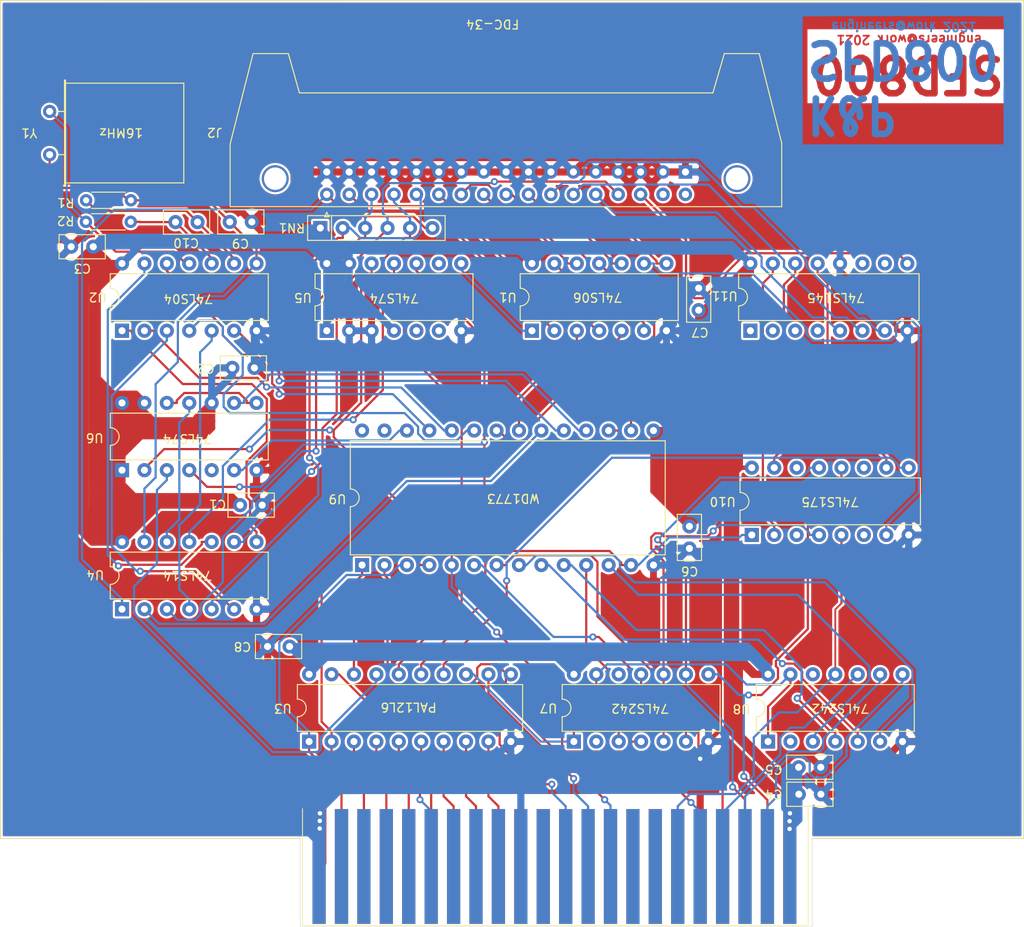
<source format=kicad_pcb>
(kicad_pcb (version 20211014) (generator pcbnew)
  (layers (0 "F.Cu" signal) (31 "B.Cu" signal) (34 "B.Paste" user) (35 "F.Paste" user) (36 "B.SilkS" user "B.Silkscreen") (37 "F.SilkS" user "F.Silkscreen") (38 "B.Mask" user) (39 "F.Mask" user) (44 "Edge.Cuts" user))
  (net 0 "")
  (net 1 "+5V")
  (net 2 "GNDPWR")
  (net 3 "Net-(C9-Pad1)")
  (net 4 "Net-(C10-Pad2)")
  (net 5 "Net-(C10-Pad1)")
  (net 6 "Net-(J1-Pad42)")
  (net 7 "/~{EXWAIT}")
  (net 8 "/~{INT}")
  (net 9 "/BUS0")
  (net 10 "/~{M1}")
  (net 11 "/~{WR}")
  (net 12 "/~{RD}")
  (net 13 "/~{IORQ}")
  (net 14 "/~{MREQ}")
  (net 15 "/~{HALT}")
  (net 16 "/IE1")
  (net 17 "Net-(J1-Pad32)")
  (net 18 "/RESET")
  (net 19 "/~{EXRESET}")
  (net 20 "/D3")
  (net 21 "/D4")
  (net 22 "/D5")
  (net 23 "/D6")
  (net 24 "/D7")
  (net 25 "/A0")
  (net 26 "/A1")
  (net 27 "/A2")
  (net 28 "/D2")
  (net 29 "/D1")
  (net 30 "/D0")
  (net 31 "/A15")
  (net 32 "/A14")
  (net 33 "/A13")
  (net 34 "/A12")
  (net 35 "/A11")
  (net 36 "/A10")
  (net 37 "/A9")
  (net 38 "/A8")
  (net 39 "/A7")
  (net 40 "/A6")
  (net 41 "/A5")
  (net 42 "/A4")
  (net 43 "/A3")
  (net 44 "Net-(J2-Pad34)")
  (net 45 "Net-(J2-Pad32)")
  (net 46 "Net-(J2-Pad30)")
  (net 47 "Net-(J2-Pad28)")
  (net 48 "Net-(J2-Pad26)")
  (net 49 "Net-(J2-Pad24)")
  (net 50 "Net-(J2-Pad22)")
  (net 51 "Net-(J2-Pad20)")
  (net 52 "Net-(J2-Pad18)")
  (net 53 "Net-(J2-Pad16)")
  (net 54 "Net-(J2-Pad14)")
  (net 55 "Net-(J2-Pad12)")
  (net 56 "Net-(J2-Pad10)")
  (net 57 "Net-(J2-Pad8)")
  (net 58 "Net-(J2-Pad6)")
  (net 59 "Net-(J2-Pad4)")
  (net 60 "Net-(J2-Pad2)")
  (net 61 "Net-(R2-Pad1)")
  (net 62 "Net-(U1-Pad13)")
  (net 63 "Net-(U1-Pad5)")
  (net 64 "Net-(U1-Pad11)")
  (net 65 "Net-(U1-Pad3)")
  (net 66 "Net-(U1-Pad1)")
  (net 67 "Net-(U2-Pad13)")
  (net 68 "Net-(U2-Pad6)")
  (net 69 "Net-(U2-Pad12)")
  (net 70 "Net-(U2-Pad5)")
  (net 71 "Net-(U2-Pad4)")
  (net 72 "Net-(U2-Pad3)")
  (net 73 "Net-(U2-Pad2)")
  (net 74 "Net-(U3-Pad18)")
  (net 75 "Net-(U3-Pad17)")
  (net 76 "Net-(U3-Pad16)")
  (net 77 "Net-(U10-Pad1)")
  (net 78 "Net-(U10-Pad9)")
  (net 79 "Net-(U3-Pad13)")
  (net 80 "Net-(U4-Pad12)")
  (net 81 "Net-(U4-Pad2)")
  (net 82 "Net-(U5-Pad6)")
  (net 83 "/ID0")
  (net 84 "Net-(U5-Pad5)")
  (net 85 "Net-(U5-Pad9)")
  (net 86 "Net-(U6-Pad6)")
  (net 87 "Net-(U6-Pad12)")
  (net 88 "Net-(U6-Pad5)")
  (net 89 "Net-(U6-Pad9)")
  (net 90 "/ID2")
  (net 91 "/ID1")
  (net 92 "/ID6")
  (net 93 "/ID3")
  (net 94 "/ID4")
  (net 95 "/ID5")
  (net 96 "/ID7")
  (net 97 "Net-(U9-Pad28)")
  (net 98 "Net-(U9-Pad27)")
  (net 99 "Net-(U10-Pad15)")
  (net 100 "Net-(U10-Pad14)")
  (net 101 "Net-(U10-Pad6)")
  (net 102 "Net-(U10-Pad11)")
  (net 103 "Net-(U10-Pad3)")
  (net 104 "Net-(U10-Pad10)")
  (net 105 "Net-(U10-Pad2)")
  (net 106 "Net-(U11-Pad4)")
  (net 107 "Net-(U11-Pad11)")
  (net 108 "Net-(U11-Pad3)")
  (net 109 "Net-(U11-Pad10)")
  (net 110 "Net-(U11-Pad2)")
  (net 111 "Net-(U11-Pad1)")
  (net 112 "Net-(U1-Pad9)")
  (net 113 "Net-(U2-Pad1)")
  (footprint "Capacitor_THT:C_Disc_D5.0mm_W2.5mm_P2.50mm" (layer "F.Cu") (at 129.68 97.21 180)
    (fp_text reference "C1")
    (fp_text value "100nF" hide)
  )
  (footprint "Capacitor_THT:C_Disc_D5.0mm_W2.5mm_P2.50mm" (layer "F.Cu") (at 126.3 81.66)
    (fp_text reference "C2")
    (fp_text value "100nF" hide)
  )
  (footprint "Capacitor_THT:C_Disc_D5.0mm_W2.5mm_P2.50mm" (layer "F.Cu") (at 108.04 67.93)
    (fp_text reference "C3")
    (fp_text value "100nF" hide)
  )
  (footprint "Capacitor_THT:C_Disc_D5.0mm_W2.5mm_P2.50mm" (layer "F.Cu") (at 190.47 126.91)
    (fp_text reference "C5")
    (fp_text value "100nF" hide)
  )
  (footprint "Capacitor_THT:C_Disc_D5.0mm_W2.5mm_P2.50mm" (layer "F.Cu") (at 178.09 99.62 -90)
    (fp_text reference "C6")
    (fp_text value "100nF" hide)
  )
  (footprint "Capacitor_THT:C_Disc_D5.0mm_W2.5mm_P2.50mm" (layer "F.Cu") (at 179.14 75.12 90)
    (fp_text reference "C7")
    (fp_text value "100nF" hide)
  )
  (footprint "Capacitor_THT:C_Disc_D5.0mm_W2.5mm_P2.50mm" (layer "F.Cu") (at 130.29 113.23)
    (fp_text reference "C8")
    (fp_text value "100nF" hide)
  )
  (footprint "Capacitor_THT:C_Disc_D5.0mm_W2.5mm_P2.50mm" (layer "F.Cu") (at 126.01 65.12)
    (fp_text reference "C9")
    (fp_text value "15pF" hide)
  )
  (footprint "Capacitor_THT:C_Disc_D5.0mm_W2.5mm_P2.50mm" (layer "F.Cu") (at 119.86 65.14)
    (fp_text reference "C10")
    (fp_text value "3.3nF" hide)
  )
  (footprint "Connector_IDC:IDC-Header_2x17_P2.54mm_Horizontal_Lock_SFD800" (layer "F.Cu") (at 137 62 90)
    (fp_text reference "J2")
    (fp_text value "FDC-34")
  )
  (footprint "Resistor_THT:R_Axial_DIN0204_L3.6mm_D1.6mm_P5.08mm_Horizontal" (layer "F.Cu") (at 109.73 62.67)
    (fp_text reference "R1")
    (fp_text value "1K" hide)
  )
  (footprint "Resistor_THT:R_Axial_DIN0204_L3.6mm_D1.6mm_P5.08mm_Horizontal" (layer "F.Cu") (at 109.71 65.11)
    (fp_text reference "R2")
    (fp_text value "1K" hide)
  )
  (footprint "Resistor_THT:R_Array_SIP6" (layer "F.Cu") (at 136.27 65.81)
    (fp_text reference "RN1")
    (fp_text value "330R" hide)
  )
  (footprint "Package_DIP:DIP-14_W7.62mm" (layer "F.Cu") (at 160.25 77.45 90)
    (fp_text reference "U1")
    (fp_text value "74LS06")
  )
  (footprint "Package_DIP:DIP-14_W7.62mm" (layer "F.Cu") (at 113.8 77.45 90)
    (fp_text reference "U2")
    (fp_text value "74LS04")
  )
  (footprint "Package_DIP:DIP-20_W7.62mm" (layer "F.Cu") (at 135 124 90)
    (fp_text reference "U3")
    (fp_text value "PAL12L6")
  )
  (footprint "Package_DIP:DIP-14_W7.62mm" (layer "F.Cu") (at 113.8 109 90)
    (fp_text reference "U4")
    (fp_text value "74LS14")
  )
  (footprint "Package_DIP:DIP-14_W7.62mm" (layer "F.Cu") (at 137 77.45 90)
    (fp_text reference "U5")
    (fp_text value "74LS74")
  )
  (footprint "Package_DIP:DIP-14_W7.62mm" (layer "F.Cu") (at 113.8 93.25 90)
    (fp_text reference "U6")
    (fp_text value "74LS74")
  )
  (footprint "Package_DIP:DIP-14_W7.62mm" (layer "F.Cu") (at 165 124 90)
    (fp_text reference "U7")
    (fp_text value "74LS242")
  )
  (footprint "Package_DIP:DIP-14_W7.62mm" (layer "F.Cu") (at 187 124 90)
    (fp_text reference "U8")
    (fp_text value "74LS242")
  )
  (footprint "Package_DIP:DIP-28_W15.24mm" (layer "F.Cu") (at 141 104 90)
    (fp_text reference "U9")
    (fp_text value "WD1773")
  )
  (footprint "Package_DIP:DIP-16_W7.62mm" (layer "F.Cu") (at 185.16 100.59 90)
    (fp_text reference "U10")
    (fp_text value "74LS175")
  )
  (footprint "Package_DIP:DIP-16_W7.62mm" (layer "F.Cu") (at 185 77.45 90)
    (fp_text reference "U11")
    (fp_text value "74LS145")
  )
  (footprint "Crystal:Crystal_HC18-U_Horizontal" (layer "F.Cu") (at 105.6 57.5 90)
    (fp_text reference "Y1")
    (fp_text value "16MHz")
  )
  (footprint "Connector_PCBEdge:BUS_MZ800" (layer "F.Cu") (at 162.8 137.95)
    (fp_text reference "J1" hide)
    (fp_text value "MZ-800 Bus" hide)
  )
  (footprint "Capacitor_THT:C_Disc_D5.0mm_W2.5mm_P2.50mm" (layer "F.Cu") (at 190.49 129.97)
    (fp_text reference "C4")
    (fp_text value "4.7uF 50V" hide)
  )
  (gr_line (start 215.94 40.07) (end 215.95 134.93) (layer "F.SilkS") (width 0.12))
  (gr_line (start 100.06 40.05) (end 215.94 40.07) (layer "F.SilkS") (width 0.12))
  (gr_line (start 100.06 134.97) (end 100.06 40.05) (layer "F.SilkS") (width 0.12))
  (gr_line (start 134.02 134.97) (end 100.06 134.97) (layer "F.SilkS") (width 0.12))
  (gr_line (start 215.95 134.93) (end 192.02 134.95) (layer "F.SilkS") (width 0.12))
  (gr_line (start 216 40) (end 216 135) (layer "Edge.Cuts") (width 0.05))
  (gr_line (start 100 40) (end 216 40) (layer "Edge.Cuts") (width 0.05))
  (gr_line (start 134 135) (end 100 135) (layer "Edge.Cuts") (width 0.05))
  (gr_line (start 192 135) (end 192 145) (layer "Edge.Cuts") (width 0.05))
  (gr_line (start 134 145) (end 192 145) (layer "Edge.Cuts") (width 0.05))
  (gr_line (start 216 135) (end 192 135) (layer "Edge.Cuts") (width 0.05))
  (gr_line (start 134 135) (end 134 145) (layer "Edge.Cuts") (width 0.05))
  (gr_line (start 100 40) (end 100 135) (layer "Edge.Cuts") (width 0.05))
  (gr_text "engineers@work 2021" (at 202.97 44.47 180) (layer "F.Cu") (effects (font (size 1 1) (thickness 0.2))))
  (gr_text "SFD800" (at 202.87 48.35 180) (layer "F.Cu") (effects (font (size 4 3.8) (thickness 0.75))))
  (gr_text "K&P" (at 116.76 129.79 180) (layer "F.Cu") (effects (font (size 4 3) (thickness 0.75))))
  (gr_text "engineers@work 2021" (at 202.41 42.99 180) (layer "B.Cu") (effects (font (size 1 1) (thickness 0.2)) (justify mirror)))
  (gr_text "SFD800" (at 202.31 46.69 180) (layer "B.Cu") (effects (font (size 4 3.8) (thickness 0.75)) (justify mirror)))
  (gr_text "K&P" (at 196.56 52.95 180) (layer "B.Cu") (effects (font (size 4 3) (thickness 0.75)) (justify mirror)))
  (segment (start 189.33 131.28) (end 190.49 130.12) (width 0.8128) (layer "F.Cu") (net 1))
  (segment (start 174.819999 89.559999) (end 175.270001 89.559999) (width 0.8128) (layer "F.Cu") (net 1))
  (segment (start 113.01 95.18) (end 114.61 96.78) (width 0.8128) (layer "F.Cu") (net 1))
  (segment (start 111.43 70.48) (end 110.99 70.92) (width 0.8128) (layer "F.Cu") (net 1))
  (segment (start 182.390411 97.100411) (end 182.39 97.1) (width 0.8128) (layer "F.Cu") (net 1))
  (segment (start 183.754 92.97) (end 183.754 79.7336) (width 0.8128) (layer "F.Cu") (net 1))
  (segment (start 117.19 97.21) (end 116.96 97.44) (width 0.8128) (layer "F.Cu") (net 1))
  (segment (start 117.23 96.78) (end 116.79 96.78) (width 0.8128) (layer "F.Cu") (net 1))
  (segment (start 182.39 88.13) (end 181.76 88.76) (width 0.8128) (layer "F.Cu") (net 1))
  (segment (start 113.8 93.25) (end 113.8 91.5) (width 0.8128) (layer "F.Cu") (net 1))
  (segment (start 113.31 91.13) (end 113.8 91.62) (width 0.8128) (layer "F.Cu") (net 1))
  (segment (start 175.37 95.19) (end 175.37 90.73) (width 0.8128) (layer "F.Cu") (net 1))
  (segment (start 177.57 92.5) (end 177.57 93.43) (width 0.8128) (layer "F.Cu") (net 1))
  (segment (start 113.8 91.5) (end 115.95 89.35) (width 0.8128) (layer "F.Cu") (net 1))
  (segment (start 179.99 95.68) (end 179.2 96.47) (width 0.8128) (layer "F.Cu") (net 1))
  (segment (start 183.33 114.43) (end 183.33 93.394) (width 0.8128) (layer "F.Cu") (net 1))
  (segment (start 110.44 72.39) (end 110.44 92.12) (width 0.8128) (layer "F.Cu") (net 1))
  (segment (start 110.17 98.31) (end 111.04 99.18) (width 0.8128) (layer "F.Cu") (net 1))
  (segment (start 112.16 70.4) (end 110.78 69.02) (width 0.8128) (layer "F.Cu") (net 1))
  (segment (start 190.49 129.97) (end 183 122.48) (width 0.8128) (layer "F.Cu") (net 1))
  (segment (start 179.48 98.23) (end 179 98.71) (width 0.8128) (layer "F.Cu") (net 1))
  (segment (start 111.13 94.18) (end 111.1 94.15) (width 0.8128) (layer "F.Cu") (net 1))
  (segment (start 179.57 76.3) (end 184.73 71.14) (width 0.8128) (layer "F.Cu") (net 1))
  (segment (start 179.38 95.32) (end 179.38 92.09) (width 0.8128) (layer "F.Cu") (net 1))
  (segment (start 110.05 98.31) (end 110.17 98.31) (width 0.8128) (layer "F.Cu") (net 1))
  (segment (start 113.48 99.91) (end 110.83 99.91) (width 0.8128) (layer "F.Cu") (net 1))
  (segment (start 111.1 94.15) (end 111.1 93.36) (width 0.8128) (layer "F.Cu") (net 1))
  (segment (start 177.57 93.43) (end 177.59 93.43) (width 0.8128) (layer "F.Cu") (net 1))
  (segment (start 115.35 84.64) (end 116.34 85.63) (width 0.8128) (layer "F.Cu") (net 1))
  (segment (start 117.07 87.65) (end 117.55 88.13) (width 0.8128) (layer "F.Cu") (net 1))
  (segment (start 113.8 93.25) (end 112.187 93.25) (width 0.8128) (layer "F.Cu") (net 1))
  (segment (start 110.59 94.11) (end 111.18 94.7) (width 0.8128) (layer "F.Cu") (net 1))
  (segment (start 183.754 114.3131) (end 185.7497 116.3088) (width 0.5) (layer "F.Cu") (net 1))
  (segment (start 114.72 97.89) (end 111.81 94.98) (width 0.8128) (layer "F.Cu") (net 1))
  (segment (start 111.72 96.55) (end 113.08 97.91) (width 0.8128) (layer "F.Cu") (net 1))
  (segment (start 117.97 97.21) (end 113.8 101.38) (width 0.8128) (layer "F.Cu") (net 1))
  (segment (start 114.26 97.44) (end 112.34 95.52) (width 0.8128) (layer "F.Cu") (net 1))
  (segment (start 179.57 97.98) (end 178.16 97.98) (width 0.8128) (layer "F.Cu") (net 1))
  (segment (start 110.84 97.92) (end 110.44 97.92) (width 0.8128) (layer "F.Cu") (net 1))
  (segment (start 176.04 94.5) (end 176.04 90.65) (width 0.8128) (layer "F.Cu") (net 1))
  (segment (start 110.99 70.81) (end 109.969999 69.789999) (width 0.8128) (layer "F.Cu") (net 1))
  (segment (start 114.05 88.53) (end 113.31 87.79) (width 0.8128) (layer "F.Cu") (net 1))
  (segment (start 185.28 116.38) (end 184.2 115.3) (width 0.8128) (layer "F.Cu") (net 1))
  (segment (start 113.8 69.83) (end 112.44 69.83) (width 0.8128) (layer "F.Cu") (net 1))
  (segment (start 111.04 99.18) (end 113.43 99.18) (width 0.8128) (layer "F.Cu") (net 1))
  (segment (start 111.93 91.69) (end 112.82 92.58) (width 0.8128) (layer "F.Cu") (net 1))
  (segment (start 176.37 91.32) (end 176.9 91.32) (width 0.8128) (layer "F.Cu") (net 1))
  (segment (start 185.16 92.97) (end 183.754 92.97) (width 0.5) (layer "F.Cu") (net 1))
  (segment (start 126.22 96.25) (end 127.18 97.21) (width 0.8128) (layer "F.Cu") (net 1))
  (segment (start 189.47 138.1532) (end 189.47 131.82) (width 0.8128) (layer "F.Cu") (net 1))
  (segment (start 115.72 97.44) (end 115.72 97.67) (width 0.8128) (layer "F.Cu") (net 1))
  (segment (start 114.55 88.42) (end 112.8 86.67) (width 0.8128) (layer "F.Cu") (net 1))
  (segment (start 113.8 85.63) (end 114.41 85.63) (width 0.8128) (layer "F.Cu") (net 1))
  (segment (start 111.63 97.91) (end 111.22 97.5) (width 0.8128) (layer "F.Cu") (net 1))
  (segment (start 123.06 89.35) (end 123.96 88.45) (width 0.8128) (layer "F.Cu") (net 1))
  (segment (start 176.04 90.65) (end 180.52 90.65) (width 0.8128) (layer "F.Cu") (net 1))
  (segment (start 108.87 98.88) (end 110.62 100.63) (width 0.8128) (layer "F.Cu") (net 1))
  (segment (start 183 122.48) (end 183 79.85) (width 0.8128) (layer "F.Cu") (net 1))
  (segment (start 113.21 92.31) (end 113.21 91.84) (width 0.8128) (layer "F.Cu") (net 1))
  (segment (start 190.49 130.67) (end 190.49 129.97) (width 0.8128) (layer "F.Cu") (net 1))
  (segment (start 123.76 87.68) (end 122.7 88.74) (width 0.8128) (layer "F.Cu") (net 1))
  (segment (start 183.33 93.394) (end 183.754 92.97) (width 0.8128) (layer "F.Cu") (net 1))
  (segment (start 113.5 93.25) (end 113.8 93.25) (width 0.8128) (layer "F.Cu") (net 1))
  (segment (start 178.01 96.47) (end 176.04 94.5) (width 0.8128) (layer "F.Cu") (net 1))
  (segment (start 112.21 92.61) (end 112.21 91.3) (width 0.8128) (layer "F.Cu") (net 1))
  (segment (start 112.669 101.38) (end 112.649 101.4) (width 0.8128) (layer "F.Cu") (net 1))
  (segment (start 115.72 97.67) (end 113.48 99.91) (width 0.8128) (layer "F.Cu") (net 1))
  (segment (start 122.62 88.66) (end 116.07 88.66) (width 0.8128) (layer "F.Cu") (net 1))
  (segment (start 112.187 93.25) (end 111 92.0628) (width 0.8128) (layer "F.Cu") (net 1))
  (segment (start 177.01 91.97) (end 177.01 93.71) (width 0.8128) (layer "F.Cu") (net 1))
  (segment (start 179.57 76.42) (end 179.57 76.3) (width 0.8128) (layer "F.Cu") (net 1))
  (segment (start 110.44 94.11) (end 110.59 94.11) (width 0.8128) (layer "F.Cu") (net 1))
  (segment (start 110.99 70.92) (end 110.99 70.81) (width 0.8128) (layer "F.Cu") (net 1))
  (segment (start 189.44 138.1232) (end 189.44 133.9) (width 0.5) (layer "F.Cu") (net 1))
  (segment (start 180.52 90.65) (end 180.55 90.68) (width 0.8128) (layer "F.Cu") (net 1))
  (segment (start 117.03 88.13) (end 117.01 88.13) (width 0.8128) (layer "F.Cu") (net 1))
  (segment (start 115.61 88.78) (end 115.61 88.83) (width 0.8128) (layer "F.Cu") (net 1))
  (segment (start 112.29 92.69) (end 112.21 92.61) (width 0.8128) (layer "F.Cu") (net 1))
  (segment (start 111 91.41) (end 111 82.83) (width 0.8128) (layer "F.Cu") (net 1))
  (segment (start 178.86 95.84) (end 179.38 95.32) (width 0.8128) (layer "F.Cu") (net 1))
  (segment (start 111.22 96.65) (end 111.22 96.73) (width 0.8128) (layer "F.Cu") (net 1))
  (segment (start 123.96 87.68) (end 123.96 86.7614) (width 0.8128) (layer "F.Cu") (net 1))
  (segment (start 112.81 84.64) (end 115.35 84.64) (width 0.8128) (layer "F.Cu") (net 1))
  (segment (start 185 70.87) (end 185 69.83) (width 0.8128) (layer "F.Cu") (net 1))
  (segment (start 178.41 95.11) (end 178.67 95.11) (width 0.8128) (layer "F.Cu") (net 1))
  (segment (start 189.44 129.5) (end 189.44 131.17) (width 0.8128) (layer "F.Cu") (net 1))
  (segment (start 179.48 75.46) (end 179.48 75.35) (width 0.8128) (layer "F.Cu") (net 1))
  (segment (start 110.44 94.11) (end 110.44 97.92) (width 0.8128) (layer "F.Cu") (net 1))
  (segment (start 174.74 95.51) (end 174.74 90.08) (width 0.8128) (layer "F.Cu") (net 1))
  (segment (start 127.18 97.21) (end 117.97 97.21) (width 0.8128) (layer "F.Cu") (net 1))
  (segment (start 182.39 97.1) (end 182.39 88.74) (width 0.8128) (layer "F.Cu") (net 1))
  (segment (start 174.02 88.76) (end 174.819999 89.559999) (width 0.8128) (layer "F.Cu") (net 1))
  (segment (start 179.38 92.09) (end 179.22 91.93) (width 0.8128) (layer "F.Cu") (net 1))
  (segment (start 113.2 98.52) (end 111.44 98.52) (width 0.8128) (layer "F.Cu") (net 1))
  (segment (start 182.37 88.76) (end 182.39 88.74) (width 0.8128) (layer "F.Cu") (net 1))
  (segment (start 111 91.41) (end 111.01 91.41) (width 0.8128) (layer "F.Cu") (net 1))
  (segment (start 111.22 97.5) (end 111.22 96.65) (width 0.8128) (layer "F.Cu") (net 1))
  (segment (start 111 92.0628) (end 111 91.41) (width 0.8128) (layer "F.Cu") (net 1))
  (segment (start 110.07 70.56) (end 109.64 70.99) (width 0.8128) (layer "F.Cu") (net 1))
  (segment (start 112.7 70.4) (end 113 70.7) (width 0.8128) (layer "F.Cu") (net 1))
  (segment (start 123.96 86.66) (end 123.96 85.63) (width 0.8128) (layer "F.Cu") (net 1))
  (segment (start 179.99 91.4) (end 179.99 95.68) (width 0.8128) (layer "F.Cu") (net 1))
  (segment (start 189.47 138.1532) (end 189.44 138.1232) (width 0.5) (layer "F.Cu") (net 1))
  (segment (start 110.05 98.31) (end 109.64 98.72) (width 0.8128) (layer "F.Cu") (net 1))
  (segment (start 110.78 69.02) (end 110.28 69.02) (width 0.8128) (layer "F.Cu") (net 1))
  (segment (start 109.740001 69.789999) (end 108.87 70.66) (width 0.8128) (layer "F.Cu") (net 1))
  (segment (start 189.44 133.9) (end 189.33 133.79) (width 0.8128) (layer "F.Cu") (net 1))
  (segment (start 180.26 98.23) (end 179.48 98.23) (width 0.8128) (layer "F.Cu") (net 1))
  (segment (start 113.8 91.62) (end 113.8 91.72) (width 0.8128) (layer "F.Cu") (net 1))
  (segment (start 178.09 99.62) (end 178.89 98.82) (width 0.8128) (layer "F.Cu") (net 1))
  (segment (start 113.8 94.8628) (end 115.187 96.25) (width 0.8128) (layer "F.Cu") (net 1))
  (segment (start 182.390411 117.489589) (end 182.390411 97.100411) (width 0.8128) (layer "F.Cu") (net 1))
  (segment (start 117.07 87.65) (end 122.27 87.65) (width 0.8128) (layer "F.Cu") (net 1))
  (segment (start 110.44 92.7) (end 110.44 94.11) (width 0.8128) (layer "F.Cu") (net 1))
  (segment (start 115.61 88.78) (end 115.08 88.78) (width 0.8128) (layer "F.Cu") (net 1))
  (segment (start 175.45 89.38) (end 181.63 89.38) (width 0.8128) (layer "F.Cu") (net 1))
  (segment (start 178.16 97.98) (end 175.37 95.19) (width 0.8128) (layer "F.Cu") (net 1))
  (segment (start 179.14 76.87) (end 179.14 75.12) (width 0.8128) (layer "F.Cu") (net 1))
  (segment (start 184.73 71.14) (end 185 70.87) (width 0.8128) (layer "F.Cu") (net 1))
  (segment (start 175.37 90.73) (end 175.45 90.65) (width 0.8128) (layer "F.Cu") (net 1))
  (segment (start 113 70.63) (end 113 70.7) (width 0.8128) (layer "F.Cu") (net 1))
  (segment (start 111 82.83) (end 112.81 84.64) (width 0.8128) (layer "F.Cu") (net 1))
  (segment (start 113 70.7) (end 111 72.7) (width 0.8128) (layer "F.Cu") (net 1))
  (segment (start 109.740001 68.729999) (end 109.740001 69.789999) (width 0.8128) (layer "F.Cu") (net 1))
  (segment (start 178.89 98.82) (end 180.67 98.82) (width 0.8128) (layer "F.Cu") (net 1))
  (segment (start 182.390411 117.489589) (end 182.390411 117.619589) (width 0.8128) (layer "F.Cu") (net 1))
  (segment (start 187 116.38) (end 185.86863 116.38) (width 0.8128) (layer "F.Cu") (net 1))
  (segment (start 183 79.85) (end 179.57 76.42) (width 0.8128) (layer "F.Cu") (net 1))
  (segment (start 176.9 91.32) (end 176.98 91.4) (width 0.8128) (layer "F.Cu") (net 1))
  (segment (start 114.05 89.42) (end 114.05 88.53) (width 0.8128) (layer "F.Cu") (net 1))
  (segment (start 112.7 70.4) (end 112.43 70.4) (width 0.8128) (layer "F.Cu") (net 1))
  (segment (start 190.49 130.12) (end 190.49 129.97) (width 0.8128) (layer "F.Cu") (net 1))
  (segment (start 113.86 97.8) (end 113.86 97.86) (width 0.8128) (layer "F.Cu") (net 1))
  (segment (start 190.49 130.8) (end 190.49 130.67) (width 0.8128) (layer "F.Cu") (net 1))
  (segment (start 112.21 85.38) (end 115.61 88.78) (width 0.8128) (layer "F.Cu") (net 1))
  (segment (start 113.86 97.86) (end 113.2 98.52) (width 0.8128) (layer "F.Cu") (net 1))
  (segment (start 113.8 91.72) (end 113.21 92.31) (width 0.8128) (layer "F.Cu") (net 1))
  (segment (start 178.81 92.5) (end 177.57 92.5) (width 0.8128) (layer "F.Cu") (net 1))
  (segment (start 182.39 88.74) (end 182.39 88.13) (width 0.8128) (layer "F.Cu") (net 1))
  (segment (start 177.94 98.71) (end 174.74 95.51) (width 0.8128) (layer "F.Cu") (net 1))
  (segment (start 175.270001 89.559999) (end 175.45 89.38) (width 0.8128) (layer "F.Cu") (net 1))
  (segment (start 116.07 88.66) (end 113.89 86.48) (width 0.8128) (layer "F.Cu") (net 1))
  (segment (start 189.33 133.79) (end 189.33 131.28) (width 0.8128) (layer "F.Cu") (net 1))
  (segment (start 182.390411 122.450411) (end 182.390411 121.870411) (width 0.8128) (layer "F.Cu") (net 1))
  (segment (start 183 122.48) (end 182.390411 121.870411) (width 0.8128) (layer "F.Cu") (net 1))
  (segment (start 111.44 98.52) (end 110.84 97.92) (width 0.8128) (layer "F.Cu") (net 1))
  (segment (start 177.59 93.43) (end 178.29 94.13) (width 0.8128) (layer "F.Cu") (net 1))
  (segment (start 113.89 86.48) (end 113.89 86.47) (width 0.8128) (layer "F.Cu") (net 1))
  (segment (start 182.390411 121.870411) (end 182.390411 117.489589) (width 0.8128) (layer "F.Cu") (net 1))
  (segment (start 123.96 88.45) (end 123.96 87.68) (width 0.8128) (layer "F.Cu") (net 1))
  (segment (start 114.41 85.63) (end 114.84 85.2) (width 0.8128) (layer "F.Cu") (net 1))
  (segment (start 176.37 94.05) (end 176.47 94.05) (width 0.8128) (layer "F.Cu") (net 1))
  (segment (start 113.8 93.25) (end 113.8 94.8628) (width 0.8128) (layer "F.Cu") (net 1))
  (segment (start 115.61 88.83) (end 113.31 91.13) (width 0.8128) (layer "F.Cu") (net 1))
  (segment (start 179.22 91.93) (end 176.97 91.93) (width 0.8128) (layer "F.Cu") (net 1))
  (segment (start 113.21 91.84) (end 112.82 91.45) (width 0.8128) (layer "F.Cu") (net 1))
  (segment (start 123.96 86.7614) (end 122.591 88.13) (width 0.8128) (layer "F.Cu") (net 1))
  (segment (start 117.03 88.13) (end 116.3 88.13) (width 0.8128) (layer "F.Cu") (net 1))
  (segment (start 179.48 75.35) (end 185 69.83) (width 0.8128) (layer "F.Cu") (net 1))
  (segment (start 110.44 92.12) (end 110.47 92.12) (width 0.8128) (layer "F.Cu") (net 1))
  (segment (start 189.44 131.17) (end 189.33 131.28) (width 0.8128) (layer "F.Cu") (net 1))
  (segment (start 183.754 79.7336) (end 179.48 75.46) (width 0.8128) (layer "F.Cu") (net 1))
  (segment (start 114.61 96.78) (end 117.23 96.78) (width 0.8128) (layer "F.Cu") (net 1))
  (segment (start 182.39 88.13) (end 182.39 80.12) (width 0.8128) (layer "F.Cu") (net 1))
  (segment (start 190.49 129.97) (end 189.91 129.97) (width 0.8128) (layer "F.Cu") (net 1))
  (segment (start 176.47 94.05) (end 178.26 95.84) (width 0.8128) (layer "F.Cu") (net 1))
  (segment (start 109.64 70.99) (end 109.64 98.72) (width 0.8128) (layer "F.Cu") (net 1))
  (segment (start 111.22 96.73) (end 111.89 97.4) (width 0.8128) (layer "F.Cu") (net 1))
  (segment (start 110.54 67.93) (end 109.740001 68.729999) (width 0.8128) (layer "F.Cu") (net 1))
  (segment (start 112.82 91.45) (end 114.55 89.72) (width 0.8128) (layer "F.Cu") (net 1))
  (segment (start 112.21 91.3) (end 112.21 85.38) (width 0.8128) (layer "F.Cu") (net 1))
  (segment (start 190.49 129.97) (end 183.754 123.234) (width 0.8128) (layer "F.Cu") (net 1))
  (segment (start 175.45 90.65) (end 176.04 90.65) (width 0.8128) (layer "F.Cu") (net 1))
  (segment (start 178.81 94.97) (end 178.81 92.5) (width 0.8128) (layer "F.Cu") (net 1))
  (segment (start 110.28 69.33) (end 111.43 70.48) (width 0.8128) (layer "F.Cu") (net 1))
  (segment (start 115.72 97.44) (end 114.26 97.44) (width 0.8128) (layer "F.Cu") (net 1))
  (segment (start 113.08 97.91) (end 111.63 97.91) (width 0.8128) (layer "F.Cu") (net 1))
  (segment (start 116.3 88.13) (end 113.8 85.63) (width 0.8128) (layer "F.Cu") (net 1))
  (segment (start 116.96 97.44) (end 115.72 97.44) (width 0.8128) (layer "F.Cu") (net 1))
  (segment (start 117.23 96.78) (end 126.14 96.78) (width 0.8128) (layer "F.Cu") (net 1))
  (segment (start 110.44 92.7) (end 111.1 93.36) (width 0.8128) (layer "F.Cu") (net 1))
  (segment (start 174.83 89.99) (end 181.02 89.99) (width 0.8128) (layer "F.Cu") (net 1))
  (segment (start 179.37 97.17) (end 178.35 97.17) (width 0.8128) (layer "F.Cu") (net 1))
  (segment (start 187 116.38) (end 185.28 116.38) (width 0.8128) (layer "F.Cu") (net 1))
  (segment (start 178.29 94.13) (end 178.29 93.02) (width 0.8128) (layer "F.Cu") (net 1))
  (segment (start 113.89 86.47) (end 111.43 84.01) (width 0.8128) (layer "F.Cu") (net 1))
  (segment (start 181.02 89.99) (end 181.19 90.16) (width 0.8128) (layer "F.Cu") (net 1))
  (segment (start 178.09 99.62) (end 174.06 95.59) (width 0.8128) (layer "F.Cu") (net 1))
  (segment (start 176.37 94.05) (end 176.37 91.32) (width 0.8128) (layer "F.Cu") (net 1))
  (segment (start 109.969999 69.789999) (end 109.740001 69.789999) (width 0.8128) (layer "F.Cu") (net 1))
  (segment (start 112.43 70.4) (end 110.44 72.39) (width 0.8128) (layer "F.Cu") (net 1))
  (segment (start 110.44 92.12) (end 110.44 92.7) (width 0.8128) (layer "F.Cu") (net 1))
  (segment (start 122.27 87.65) (end 122.27 87.32) (width 0.8128) (layer "F.Cu") (net 1))
  (segment (start 115.187 96.25) (end 126.22 96.25) (width 0.8128) (layer "F.Cu") (net 1))
  (segment (start 113.01 94.61) (end 113.01 95.18) (width 0.8128) (layer "F.Cu") (net 1))
  (segment (start 110.47 92.12) (end 111.52 93.17) (width 0.8128) (layer "F.Cu") (net 1))
  (segment (start 110.99 70.92) (end 110.07 71.84) (width 0.8128) (layer "F.Cu") (net 1))
  (segment (start 122.591 88.13) (end 117.55 88.13) (width 0.8128) (layer "F.Cu") (net 1))
  (segment (start 113.8 93.25) (end 113.8 93.82) (width 0.8128) (layer "F.Cu") (net 1))
  (segment (start 113.43 99.18) (end 114.72 97.89) (width 0.8128) (layer "F.Cu") (net 1))
  (segment (start 189.44 129.5) (end 182.390411 122.450411) (width 0.8128) (layer "F.Cu") (net 1))
  (segment (start 117.55 88.13) (end 117.03 88.13) (width 0.8128) (layer "F.Cu") (net 1))
  (segment (start 189.91 129.97) (end 189.44 129.5) (width 0.8128) (layer "F.Cu") (net 1))
  (segment (start 111.81 94.98) (end 111.81 94.18) (width 0.8128) (layer "F.Cu") (net 1))
  (segment (start 176.97 91.93) (end 177.01 91.97) (width 0.8128) (layer "F.Cu") (net 1))
  (segment (start 113.8 93.82) (end 113.01 94.61) (width 0.8128) (layer "F.Cu") (net 1))
  (segment (start 111.62 84.2) (end 111.62 91.69) (width 0.8128) (layer "F.Cu") (net 1))
  (segment (start 181.19 90.16) (end 181.19 96.36) (width 0.8128) (layer "F.Cu") (net 1))
  (segment (start 181.76 88.76) (end 174.02 88.76) (width 0.8128) (layer "F.Cu") (net 1))
  (segment (start 181.19 96.36) (end 179.57 97.98) (width 0.8128) (layer "F.Cu") (net 1))
  (segment (start 178.67 95.11) (end 178.81 94.97) (width 0.8128) (layer "F.Cu") (net 1))
  (segment (start 112.21 91.26) (end 112.8 90.67) (width 0.8128) (layer "F.Cu") (net 1))
  (segment (start 111.1 93.36) (end 111.42 93.68) (width 0.8128) (layer "F.Cu") (net 1))
  (segment (start 113.77 100.63) (end 116.96 97.44) (width 0.8128) (layer "F.Cu") (net 1))
  (segment (start 112.8 86.67) (end 112.8 90.67) (width 0.8128) (layer "F.Cu") (net 1))
  (segment (start 111.01 91.41) (end 112.29 92.69) (width 0.8128) (layer "F.Cu") (net 1))
  (segment (start 112.7 70.4) (end 112.16 70.4) (width 0.8128) (layer "F.Cu") (net 1))
  (segment (start 114.55 89.72) (end 114.55 88.42) (width 0.8128) (layer "F.Cu") (net 1))
  (segment (start 174.74 90.08) (end 174.83 89.99) (width 0.8128) (layer "F.Cu") (net 1))
  (segment (start 110.62 100.63) (end 113.77 100.63) (width 0.8128) (layer "F.Cu") (net 1))
  (segment (start 112.649 101.4) (end 110.41 101.4) (width 0.8128) (layer "F.Cu") (net 1))
  (segment (start 181.73 96.76) (end 180.26 98.23) (width 0.8128) (layer "F.Cu") (net 1))
  (segment (start 112.8 90.67) (end 114.05 89.42) (width 0.8128) (layer "F.Cu") (net 1))
  (segment (start 108.2 99.19) (end 108.2 70.27) (width 0.8128) (layer "F.Cu") (net 1))
  (segment (start 180.55 95.99) (end 179.37 97.17) (width 0.8128) (layer "F.Cu") (net 1))
  (segment (start 181.73 89.48) (end 181.73 96.76) (width 0.8128) (layer "F.Cu") (net 1))
  (segment (start 189.47 131.82) (end 190.49 130.8) (width 0.8128) (layer "F.Cu") (net 1))
  (segment (start 112.34 95.52) (end 112.34 94.41) (width 0.8128) (layer "F.Cu") (net 1))
  (segment (start 122.27 87.32) (end 122.93 86.66) (width 0.8128) (layer "F.Cu") (net 1))
  (segment (start 113.8 101.38) (end 112.669 101.38) (width 0.8128) (layer "F.Cu") (net 1))
  (segment (start 111.43 84.01) (end 111.62 84.2) (width 0.8128) (layer "F.Cu") (net 1))
  (segment (start 112.81 84.64) (end 113.8 85.63) (width 0.8128) (layer "F.Cu") (net 1))
  (segment (start 178.26 95.84) (end 178.86 95.84) (width 0.8128) (layer "F.Cu") (net 1))
  (segment (start 108.87 70.66) (end 108.87 98.88) (width 0.8128) (layer "F.Cu") (net 1))
  (segment (start 111.22 96.65) (end 111.22 95.16) (width 0.8128) (layer "F.Cu") (net 1))
  (segment (start 183.754 123.234) (end 183.754 114.564) (width 0.8128) (layer "F.Cu") (net 1))
  (segment (start 111.42 93.68) (end 112.43 93.68) (width 0.8128) (layer "F.Cu") (net 1))
  (segment (start 176.98 91.4) (end 179.99 91.4) (width 0.8128) (layer "F.Cu") (net 1))
  (segment (start 180.55 90.68) (end 180.55 95.99) (width 0.8128) (layer "F.Cu") (net 1))
  (segment (start 123.96 86.7614) (end 123.96 85.63) (width 0.8128) (layer "F.Cu") (net 1))
  (segment (start 122.93 86.66) (end 123.96 86.66) (width 0.8128) (layer "F.Cu") (net 1))
  (segment (start 110.07 71.84) (end 110.07 70.56) (width 0.8128) (layer "F.Cu") (net 1))
  (segment (start 111.62 91.69) (end 111.93 91.69) (width 0.8128) (layer "F.Cu") (net 1))
  (segment (start 110.83 99.91) (end 109.64 98.72) (width 0.8128) (layer "F.Cu") (net 1))
  (segment (start 181.76 88.76) (end 182.37 88.76) (width 0.8128) (layer "F.Cu") (net 1))
  (segment (start 110.41 101.4) (end 108.2 99.19) (width 0.8128) (layer "F.Cu") (net 1))
  (segment (start 176.37 95.19) (end 175.37 95.19) (width 0.8128) (layer "F.Cu") (net 1))
  (segment (start 183.754 114.564) (end 183.33 114.14) (width 0.8128) (layer "F.Cu") (net 1))
  (segment (start 111 72.7) (end 111 82.83) (width 0.8128) (layer "F.Cu") (net 1))
  (segment (start 177.01 93.71) (end 178.41 95.11) (width 0.8128) (layer "F.Cu") (net 1))
  (segment (start 113.31 87.79) (end 113.31 89.37) (width 0.8128) (layer "F.Cu") (net 1))
  (segment (start 111.81 94.18) (end 111.13 94.18) (width 0.8128) (layer "F.Cu") (net 1))
  (segment (start 122.7 88.74) (end 122.62 88.66) (width 0.8128) (layer "F.Cu") (net 1))
  (segment (start 117.97 97.21) (end 117.19 97.21) (width 0.8128) (layer "F.Cu") (net 1))
  (segment (start 117.07 87.43) (end 117.07 87.65) (width 0.8128) (layer "F.Cu") (net 1))
  (segment (start 174.06 88.8) (end 174.02 88.76) (width 0.8128) (layer "F.Cu") (net 1))
  (segment (start 113.8 69.83) (end 113 70.63) (width 0.8128) (layer "F.Cu") (net 1))
  (segment (start 112.21 91.3) (end 112.21 91.26) (width 0.8128) (layer "F.Cu") (net 1))
  (segment (start 123.96 86.7614) (end 123.96 86.66) (width 0.8128) (layer "F.Cu") (net 1))
  (segment (start 108.2 70.27) (end 110.54 67.93) (width 0.8128) (layer "F.Cu") (net 1))
  (segment (start 179.2 96.47) (end 178.01 96.47) (width 0.8128) (layer "F.Cu") (net 1))
  (segment (start 184.2 115.3) (end 183.33 114.43) (width 0.8128) (layer "F.Cu") (net 1))
  (segment (start 117.01 88.13) (end 114.76 85.88) (width 0.8128) (layer "F.Cu") (net 1))
  (segment (start 111.22 95.16) (end 113.86 97.8) (width 0.8128) (layer "F.Cu") (net 1))
  (segment (start 122.93 86.66) (end 123.96 85.63) (width 0.8128) (layer "F.Cu") (net 1))
  (segment (start 115.95 89.35) (end 123.06 89.35) (width 0.8128) (layer "F.Cu") (net 1))
  (segment (start 112.34 94.41) (end 113.5 93.25) (width 0.8128) (layer "F.Cu") (net 1))
  (segment (start 181.63 89.38) (end 181.73 89.48) (width 0.8128) (layer "F.Cu") (net 1))
  (segment (start 178.35 97.17) (end 176.37 95.19) (width 0.8128) (layer "F.Cu") (net 1))
  (segment (start 112.44 69.83) (end 110.54 67.93) (width 0.8128) (layer "F.Cu") (net 1))
  (segment (start 176.37 95.19) (end 176.37 94.05) (width 0.8128) (layer "F.Cu") (net 1))
  (segment (start 114.84 85.2) (end 117.07 87.43) (width 0.8128) (layer "F.Cu") (net 1))
  (segment (start 180.67 98.82) (end 182.39 97.1) (width 0.8128) (layer "F.Cu") (net 1))
  (segment (start 123.96 87.68) (end 123.76 87.68) (width 0.8128) (layer "F.Cu") (net 1))
  (segment (start 110.28 69.02) (end 110.28 69.33) (width 0.8128) (layer "F.Cu") (net 1))
  (segment (start 179 98.71) (end 177.94 98.71) (width 0.8128) (layer "F.Cu") (net 1))
  (segment (start 182.39 80.12) (end 179.14 76.87) (width 0.8128) (layer "F.Cu") (net 1))
  (segment (start 110.44 97.92) (end 110.05 98.31) (width 0.8128) (layer "F.Cu") (net 1))
  (segment (start 174.06 95.59) (end 174.06 88.8) (width 0.8128) (layer "F.Cu") (net 1))
  (via (at 189.48 132.13) (size 0.8) (drill 0.5) (layers "F.Cu" "B.Cu") (net 1))
  (via (at 189.44 133.9) (size 0.8) (drill 0.5) (layers "F.Cu" "B.Cu") (net 1))
  (via (at 189.44 133.02) (size 0.8) (drill 0.5) (layers "F.Cu" "B.Cu") (net 1))
  (segment (start 135.54 113.9) (end 134.965 113.325) (width 0.8128) (layer "B.Cu") (net 1))
  (segment (start 189.44 133.9) (end 189.48 133.86) (width 0.8128) (layer "B.Cu") (net 1))
  (segment (start 161.035 69.045) (end 160.25 69.83) (width 0.8128) (layer "B.Cu") (net 1))
  (segment (start 185.82 114.38) (end 185 114.38) (width 0.8128) (layer "B.Cu") (net 1))
  (segment (start 115.56 67.24) (end 121.15 67.24) (width 0.8128) (layer "B.Cu") (net 1))
  (segment (start 115.87 67.76) (end 114.425 69.205) (width 0.8128) (layer "B.Cu") (net 1))
  (segment (start 185.82 114.38) (end 185.4 113.96) (width 0.8128) (layer "B.Cu") (net 1))
  (segment (start 139.12 67.67) (end 139.12 67.71) (width 0.8128) (layer "B.Cu") (net 1))
  (segment (start 135.96 113.18) (end 135.96 113.66) (width 0.8128) (layer "B.Cu") (net 1))
  (segment (start 162.39 67.69) (end 161.6564 68.4236) (width 0.8128) (layer "B.Cu") (net 1))
  (segment (start 184.66 113.18) (end 185.86 114.38) (width 0.8128) (layer "B.Cu") (net 1))
  (segment (start 137 69.83) (end 137 76.38) (width 0.8128) (layer "B.Cu") (net 1))
  (segment (start 138.45863 69.78) (end 138.45863 73.95137) (width 0.8128) (layer "B.Cu") (net 1))
  (segment (start 111.339999 67.130001) (end 110.54 67.93) (width 0.8128) (layer "B.Cu") (net 1))
  (segment (start 165.14 115.47) (end 164.76 115.47) (width 0.8128) (layer "B.Cu") (net 1))
  (segment (start 184.7 114.38) (end 185 114.38) (width 0.8128) (layer "B.Cu") (net 1))
  (segment (start 139.75 68.35) (end 139.54 68.56) (width 0.8128) (layer "B.Cu") (net 1))
  (segment (start 142.1 74.93) (end 142.705 75.535) (width 0.8128) (layer "B.Cu") (net 1))
  (segment (start 136.9 113.9) (end 135.79 113.9) (width 0.8128) (layer "B.Cu") (net 1))
  (segment (start 137.73 75.65) (end 137.73 74.68) (width 0.8128) (layer "B.Cu") (net 1))
  (segment (start 139.31 73.88) (end 138.26 72.83) (width 0.8128) (layer "B.Cu") (net 1))
  (segment (start 136.85 113.18) (end 184.66 113.18) (width 0.8128) (layer "B.Cu") (net 1))
  (segment (start 188.9 131.55) (end 188.9 128.7) (width 0.8128) (layer "B.Cu") (net 1))
  (segment (start 138.48 68.35) (end 137 69.83) (width 0.8128) (layer "B.Cu") (net 1))
  (segment (start 185 114.38) (end 187 116.38) (width 0.8128) (layer "B.Cu") (net 1))
  (segment (start 134.25 114.04) (end 133.6 114.04) (width 0.8128) (layer "B.Cu") (net 1))
  (segment (start 187 115.56) (end 185.82 114.38) (width 0.8128) (layer "B.Cu") (net 1))
  (segment (start 137.21 68) (end 136.06 68) (width 0.8128) (layer "B.Cu") (net 1))
  (segment (start 162.39 67.69) (end 140.41 67.69) (width 0.8128) (layer "B.Cu") (net 1))
  (segment (start 188.9 127.37) (end 188.9 128.7) (width 0.8128) (layer "B.Cu") (net 1))
  (segment (start 158.354 68.4236) (end 158.844 68.4236) (width 0.8128) (layer "B.Cu") (net 1))
  (segment (start 166.92 114.46) (end 166.9 114.48) (width 0.8128) (layer "B.Cu") (net 1))
  (segment (start 189.189 127.05963) (end 189.189 127.081) (width 0.8128) (layer "B.Cu") (net 1))
  (segment (start 136.9 113.9) (end 136.54 113.9) (width 0.8128) (layer "B.Cu") (net 1))
  (segment (start 135.96 113.18) (end 136.85 113.18) (width 0.8128) (layer "B.Cu") (net 1))
  (segment (start 163.32 113.85) (end 163.27 113.9) (width 0.8128) (layer "B.Cu") (net 1))
  (segment (start 132.79 113.23) (end 133.921 113.23) (width 0.8128) (layer "B.Cu") (net 1))
  (segment (start 184.7 114.38) (end 184.6 114.48) (width 0.8128) (layer "B.Cu") (net 1))
  (segment (start 133.971 113.18) (end 135.96 113.18) (width 0.8128) (layer "B.Cu") (net 1))
  (segment (start 124.71 81.66) (end 126.3 81.66) (width 0.8128) (layer "B.Cu") (net 1))
  (segment (start 160.25 69.83) (end 158.844 68.4236) (width 0.8128) (layer "B.Cu") (net 1))
  (segment (start 135.195 114.835) (end 134.61 114.25) (width 0.8128) (layer "B.Cu") (net 1))
  (segment (start 162.9 114.46) (end 163.08 114.46) (width 0.8128) (layer "B.Cu") (net 1))
  (segment (start 139.18 68.92) (end 139.54 68.56) (width 0.8128) (layer "B.Cu") (net 1))
  (segment (start 137.1 68.49) (end 137.6 68.49) (width 0.8128) (layer "B.Cu") (net 1))
  (segment (start 189.77 132.09) (end 189.77 127.61) (width 0.8128) (layer "B.Cu") (net 1))
  (segment (start 139.12 67.71) (end 138.48 68.35) (width 0.8128) (layer "B.Cu") (net 1))
  (segment (start 126.3 82.49) (end 126.3 81.66) (width 0.8128) (layer "B.Cu") (net 1))
  (segment (start 161.6564 68.4236) (end 182.264 68.4236) (width 0.8128) (layer "B.Cu") (net 1))
  (segment (start 158.844 68.4236) (end 158.354 68.4236) (width 0.8128) (layer "B.Cu") (net 1))
  (segment (start 189.44 133.02) (end 189.33 132.91) (width 0.8128) (layer "B.Cu") (net 1))
  (segment (start 139.14 67.69) (end 139.12 67.67) (width 0.8128) (layer "B.Cu") (net 1))
  (segment (start 135.11 113.18) (end 134.965 113.325) (width 0.8128) (layer "B.Cu") (net 1))
  (segment (start 184.53 113.85) (end 163.32 113.85) (width 0.8128) (layer "B.Cu") (net 1))
  (segment (start 112.09 67.24) (end 111.980001 67.130001) (width 0.8128) (layer "B.Cu") (net 1))
  (segment (start 140.41 67.69) (end 139.75 68.35) (width 0.8128) (layer "B.Cu") (net 1))
  (segment (start 136.92 114.46) (end 135 116.38) (width 0.8128) (layer "B.Cu") (net 1))
  (segment (start 138.45863 73.95137) (end 137.73 74.68) (width 0.8128) (layer "B.Cu") (net 1))
  (segment (start 133.607 66.86) (end 121.26 66.86) (width 0.8128) (layer "B.Cu") (net 1))
  (segment (start 166.9 114.48) (end 166.19 114.48) (width 0.8128) (layer "B.Cu") (net 1))
  (segment (start 111.980001 67.130001) (end 111.339999 67.130001) (width 0.8128) (layer "B.Cu") (net 1))
  (segment (start 189.77 127.61) (end 190.47 126.91) (width 0.8128) (layer "B.Cu") (net 1))
  (segment (start 137.73 74.68) (end 137.73 73.74) (width 0.8128) (layer "B.Cu") (net 1))
  (segment (start 185 69.83) (end 184.200001 69.030001) (width 0.8128) (layer "B.Cu") (net 1))
  (segment (start 115.56 67.24) (end 112.09 67.24) (width 0.8128) (layer "B.Cu") (net 1))
  (segment (start 135 116.38) (end 135 115.44) (width 0.8128) (layer "B.Cu") (net 1))
  (segment (start 189.33863 126.91) (end 189.189 127.05963) (width 0.8128) (layer "B.Cu") (net 1))
  (segment (start 190.47 126.91) (end 189.33863 126.91) (width 0.8128) (layer "B.Cu") (net 1))
  (segment (start 166.19 114.48) (end 166.04 114.63) (width 0.8128) (layer "B.Cu") (net 1))
  (segment (start 136.27 65.81) (end 134.657 65.81) (width 0.8128) (layer "B.Cu") (net 1))
  (segment (start 138.26 69.97863) (end 138.45863 69.78) (width 0.8128) (layer "B.Cu") (net 1))
  (segment (start 139.54 69.83) (end 138.740001 70.629999) (width 0.8128) (layer "B.Cu") (net 1))
  (segment (start 189.17 131.58) (end 188.9 131.31) (width 0.8128) (layer "B.Cu") (net 1))
  (segment (start 135.46 66.84) (end 135.06 67.24) (width 0.8128) (layer "B.Cu") (net 1))
  (segment (start 135.79 113.9) (end 135.65 114.04) (width 0.8128) (layer "B.Cu") (net 1))
  (segment (start 142.705 75.535) (end 144.62 77.45) (width 0.8128) (layer "B.Cu") (net 1))
  (segment (start 137.21 69) (end 137.21 68) (width 0.8128) (layer "B.Cu") (net 1))
  (segment (start 136.27 66.84) (end 135.46 66.84) (width 0.8128) (layer "B.Cu") (net 1))
  (segment (start 136.54 113.9) (end 135 115.44) (width 0.8128) (layer "B.Cu") (net 1))
  (segment (start 163.08 114.46) (end 166.92 114.46) (width 0.8128) (layer "B.Cu") (net 1))
  (segment (start 185 114.38) (end 184.7 114.38) (width 0.8128) (layer "B.Cu") (net 1))
  (segment (start 135.06 67.24) (end 134.04 67.24) (width 0.8128) (layer "B.Cu") (net 1))
  (segment (start 137.73 73.74) (end 137.66 73.67) (width 0.8128) (layer "B.Cu") (net 1))
  (segment (start 135.3 67.24) (end 134.04 67.24) (width 0.8128) (layer "B.Cu") (net 1))
  (segment (start 140.79 74.47) (end 138.79 74.47) (width 0.8128) (layer "B.Cu") (net 1))
  (segment (start 141.694 68.4236) (end 158.354 68.4236) (width 0.8128) (layer "B.Cu") (net 1))
  (segment (start 190.49 129.97) (end 190.49 126.93) (width 0.8128) (layer "B.Cu") (net 1))
  (segment (start 184.6 114.48) (end 166.9 114.48) (width 0.8128) (layer "B.Cu") (net 1))
  (segment (start 135.47 65.81) (end 136.27 65.81) (width 0.8128) (layer "B.Cu") (net 1))
  (segment (start 138.740001 72.420001) (end 140.79 74.47) (width 0.8128) (layer "B.Cu") (net 1))
  (segment (start 184.099998 69) (end 183.52 69) (width 0.8128) (layer "B.Cu") (net 1))
  (segment (start 138.14 68.35) (end 138.48 68.35) (width 0.8128) (layer "B.Cu") (net 1))
  (segment (start 135.65 114.04) (end 135.58 114.04) (width 0.8128) (layer "B.Cu") (net 1))
  (segment (start 135.96 113.66) (end 136.2 113.9) (width 0.8128) (layer "B.Cu") (net 1))
  (segment (start 115.13 67.84) (end 115.13 68.5) (width 0.8128) (layer "B.Cu") (net 1))
  (segment (start 183.52 69) (end 182.9436 68.4236) (width 0.8128) (layer "B.Cu") (net 1))
  (segment (start 111.76137 67.84) (end 115.13 67.84) (width 0.8128) (layer "B.Cu") (net 1))
  (segment (start 138.740001 70.629999) (end 138.740001 72.420001) (width 0.8128) (layer "B.Cu") (net 1))
  (segment (start 134.04 67.24) (end 135.47 65.81) (width 0.8128) (layer "B.Cu") (net 1))
  (segment (start 123.96 84.83) (end 123.96 82.41) (width 0.8128) (layer "B.Cu") (net 1))
  (segment (start 158.844 68.4236) (end 161.6564 68.4236) (width 0.8128) (layer "B.Cu") (net 1))
  (segment (start 164.21 114.92) (end 165.09 114.92) (width 0.8128) (layer "B.Cu") (net 1))
  (segment (start 139.75 68.35) (end 141.62 68.35) (width 0.8128) (layer "B.Cu") (net 1))
  (segment (start 136.13 113.9) (end 135.195 114.835) (width 0.8128) (layer "B.Cu") (net 1))
  (segment (start 189.17 132.91) (end 189.17 131.58) (width 0.8128) (layer "B.Cu") (net 1))
  (segment (start 135.58 114.04) (end 134.61 114.04) (width 0.8128) (layer "B.Cu") (net 1))
  (segment (start 165 116.38) (end 163.08 114.46) (width 0.8128) (layer "B.Cu") (net 1))
  (segment (start 134.93 67.76) (end 115.87 67.76) (width 0.8128) (layer "B.Cu") (net 1))
  (segment (start 142.1 74.93) (end 137.73 74.93) (width 0.8128) (layer "B.Cu") (net 1))
  (segment (start 111.61 66.86) (end 110.54 67.93) (width 0.8128) (layer "B.Cu") (net 1))
  (segment (start 184.200001 69.030001) (end 184.129999 69.030001) (width 0.8128) (layer "B.Cu") (net 1))
  (segment (start 189.47 131.88) (end 188.9 131.31) (width 0.8128) (layer "B.Cu") (net 1))
  (segment (start 166.9 114.48) (end 165 116.38) (width 0.8128) (layer "B.Cu") (net 1))
  (segment (start 164.76 115.47) (end 164.19 114.9) (width 0.8128) (layer "B.Cu") (net 1))
  (segment (start 185.06 114.38) (end 184.53 113.85) (width 0.8128) (layer "B.Cu") (net 1))
  (segment (start 137.6 68.63) (end 137.22 69.01) (width 0.8128) (layer "B.Cu") (net 1))
  (segment (start 136.8 68.19) (end 136.8 67.01) (width 0.8128) (layer "B.Cu") (net 1))
  (segment (start 166.13 114.48) (end 165.14 115.47) (width 0.8128) (layer "B.Cu") (net 1))
  (segment (start 185 69.83) (end 182.86 67.69) (width 0.8128) (layer "B.Cu") (net 1))
  (segment (start 136.49 69.1) (end 137.1 68.49) (width 0.8128) (layer "B.Cu") (net 1))
  (segment (start 138.48 68.35) (end 139.75 68.35) (width 0.8128) (layer "B.Cu") (net 1))
  (segment (start 123.96 85.63) (end 123.96 84.83) (width 0.8128) (layer "B.Cu") (net 1))
  (segment (start 185.82 114.38) (end 185.06 114.38) (width 0.8128) (layer "B.Cu") (net 1))
  (segment (start 140.41 67.69) (end 139.14 67.69) (width 0.8128) (layer "B.Cu") (net 1))
  (segment (start 115.13 68.5) (end 114.425 69.205) (width 0.8128) (layer "B.Cu") (net 1))
  (segment (start 163.08 114.46) (end 162.9 114.46) (width 0.8128) (layer "B.Cu") (net 1))
  (segment (start 121.26 66.86) (end 115.94 66.86) (width 0.8128) (layer "B.Cu") (net 1))
  (segment (start 137.73 75.65) (end 142.59 75.65) (width 0.8128) (layer "B.Cu") (net 1))
  (segment (start 136.2 113.9) (end 136.13 113.9) (width 0.8128) (layer "B.Cu") (net 1))
  (segment (start 139.12 67.67) (end 138.13 67.67) (width 0.8128) (layer "B.Cu") (net 1))
  (segment (start 138.79 74.47) (end 139.38 73.88) (width 0.8128) (layer "B.Cu") (net 1))
  (segment (start 189.47 131.88) (end 189.47 138.153) (width 0.8128) (layer "B.Cu") (net 1))
  (segment (start 135.79 113.9) (end 135.54 113.9) (width 0.8128) (layer "B.Cu") (net 1))
  (segment (start 162.9 114.46) (end 136.92 114.46) (width 0.8128) (layer "B.Cu") (net 1))
  (segment (start 166.19 114.48) (end 166.13 114.48) (width 0.8128) (layer "B.Cu") (net 1))
  (segment (start 141.62 68.35) (end 141.694 68.4236) (width 0.8128) (layer "B.Cu") (net 1))
  (segment (start 134.61 114.25) (end 134.61 114.04) (width 0.8128) (layer "B.Cu") (net 1))
  (segment (start 189.47 138.1532) (end 189.47 131.88) (width 0.8128) (layer "B.Cu") (net 1))
  (segment (start 190.49 126.93) (end 190.47 126.91) (width 0.8128) (layer "B.Cu") (net 1))
  (segment (start 182.9436 68.4236) (end 182.264 68.4236) (width 0.8128) (layer "B.Cu") (net 1))
  (segment (start 139.54 72.37) (end 142.1 74.93) (width 0.8128) (layer "B.Cu") (net 1))
  (segment (start 189.48 133.02) (end 189.48 132.13) (width 0.8128) (layer "B.Cu") (net 1))
  (segment (start 136.06 68) (end 135.3 67.24) (width 0.8128) (layer "B.Cu") (net 1))
  (segment (start 185.86 114.38) (end 185.82 114.38) (width 0.8128) (layer "B.Cu") (net 1))
  (segment (start 136.27 69.1) (end 134.93 67.76) (width 0.8128) (layer "B.Cu") (net 1))
  (segment (start 184.129999 69.030001) (end 184.099998 69) (width 0.8128) (layer "B.Cu") (net 1))
  (segment (start 135 115.44) (end 133.6 114.04) (width 0.8128) (layer "B.Cu") (net 1))
  (segment (start 123.96 84.83) (end 126.3 82.49) (width 0.8128) (layer "B.Cu") (net 1))
  (segment (start 137 76.38) (end 137.73 75.65) (width 0.8128) (layer "B.Cu") (net 1))
  (segment (start 139.38 73.88) (end 139.31 73.88) (width 0.8128) (layer "B.Cu") (net 1))
  (segment (start 136.27 69.1) (end 136.49 69.1) (width 0.8128) (layer "B.Cu") (net 1))
  (segment (start 121.26 66.86) (end 111.61 66.86) (width 0.8128) (layer "B.Cu") (net 1))
  (segment (start 137.66 70.01) (end 138.75 68.92) (width 0.8128) (layer "B.Cu") (net 1))
  (segment (start 134.657 65.81) (end 133.607 66.86) (width 0.8128) (layer "B.Cu") (net 1))
  (segment (start 189.44 133.9) (end 189.48 133.86) (width 0.8128) (layer "B.Cu") (net 1))
  (segment (start 138.13 67.67) (end 136.27 65.81) (width 0.8128) (layer "B.Cu") (net 1))
  (segment (start 163.27 113.9) (end 136.9 113.9) (width 0.8128) (layer "B.Cu") (net 1))
  (segment (start 187 116.38) (end 187 115.56) (width 0.8128) (layer "B.Cu") (net 1))
  (segment (start 139.54 68.56) (end 139.54 69.83) (width 0.8128) (layer "B.Cu") (net 1))
  (segment (start 189.189 127.05963) (end 189.189 130.979) (width 0.8128) (layer "B.Cu") (net 1))
  (segment (start 136.85 113.18) (end 135.11 113.18) (width 0.8128) (layer "B.Cu") (net 1))
  (segment (start 137.66 73.67) (end 137.66 70.01) (width 0.8128) (layer "B.Cu") (net 1))
  (segment (start 137.22 69.01) (end 137.21 69) (width 0.8128) (layer "B.Cu") (net 1))
  (segment (start 137 76.38) (end 137 77.45) (width 0.8128) (layer "B.Cu") (net 1))
  (segment (start 136.27 66.84) (end 136.27 69.1) (width 0.8128) (layer "B.Cu") (net 1))
  (segment (start 114.425 69.205) (end 113.8 69.83) (width 0.8128) (layer "B.Cu") (net 1))
  (segment (start 161.035 69.045) (end 160.065 69.045) (width 0.8128) (layer "B.Cu") (net 1))
  (segment (start 123.96 82.41) (end 124.71 81.66) (width 0.8128) (layer "B.Cu") (net 1))
  (segment (start 123.96 85.63) (end 123.96 84.83) (width 0.8128) (layer "B.Cu") (net 1))
  (segment (start 189.189 127.081) (end 188.9 127.37) (width 0.8128) (layer "B.Cu") (net 1))
  (segment (start 189.47 138.153) (end 189.47 138.1532) (width 0.5) (layer "B.Cu") (net 1))
  (segment (start 189.48 133.86) (end 190.49 132.85) (width 0.8128) (layer "B.Cu") (net 1))
  (segment (start 111.67137 67.93) (end 111.76137 67.84) (width 0.8128) (layer "B.Cu") (net 1))
  (segment (start 142.59 75.65) (end 142.705 75.535) (width 0.8128) (layer "B.Cu") (net 1))
  (segment (start 189.44 133.02) (end 189.48 133.02) (width 0.5) (layer "B.Cu") (net 1))
  (segment (start 136.27 69.1) (end 137 69.83) (width 0.8128) (layer "B.Cu") (net 1))
  (segment (start 134.61 114.04) (end 134.25 114.04) (width 0.8128) (layer "B.Cu") (net 1))
  (segment (start 138.26 72.83) (end 138.26 69.97863) (width 0.8128) (layer "B.Cu") (net 1))
  (segment (start 137.1 68.49) (end 136.8 68.19) (width 0.8128) (layer "B.Cu") (net 1))
  (segment (start 133.6 114.04) (end 132.79 113.23) (width 0.8128) (layer "B.Cu") (net 1))
  (segment (start 190.49 132.85) (end 190.49 129.97) (width 0.8128) (layer "B.Cu") (net 1))
  (segment (start 115.94 66.86) (end 115.56 67.24) (width 0.8128) (layer "B.Cu") (net 1))
  (segment (start 137.6 68.49) (end 137.6 68.63) (width 0.8128) (layer "B.Cu") (net 1))
  (segment (start 161.6564 68.4236) (end 161.035 69.045) (width 0.8128) (layer "B.Cu") (net 1))
  (segment (start 138.75 68.92) (end 139.18 68.92) (width 0.8128) (layer "B.Cu") (net 1))
  (segment (start 121.15 67.24) (end 134.04 67.24) (width 0.8128) (layer "B.Cu") (net 1))
  (segment (start 134.965 113.325) (end 134.25 114.04) (width 0.8128) (layer "B.Cu") (net 1))
  (segment (start 110.54 67.93) (end 111.67137 67.93) (width 0.8128) (layer "B.Cu") (net 1))
  (segment (start 164.19 114.9) (end 164.21 114.92) (width 0.8128) (layer "B.Cu") (net 1))
  (segment (start 135.96 113.66) (end 135.58 114.04) (width 0.8128) (layer "B.Cu") (net 1))
  (segment (start 189.33 132.91) (end 189.17 132.91) (width 0.8128) (layer "B.Cu") (net 1))
  (segment (start 136.8 67.01) (end 138.14 68.35) (width 0.8128) (layer "B.Cu") (net 1))
  (segment (start 189.48 133.86) (end 189.48 133.02) (width 0.8128) (layer "B.Cu") (net 1))
  (segment (start 182.86 67.69) (end 162.39 67.69) (width 0.8128) (layer "B.Cu") (net 1))
  (segment (start 188.9 128.7) (end 188.9 131.31) (width 0.8128) (layer "B.Cu") (net 1))
  (segment (start 139.54 69.83) (end 139.54 72.37) (width 0.8128) (layer "B.Cu") (net 1))
  (segment (start 136.27 65.81) (end 136.27 66.84) (width 0.8128) (layer "B.Cu") (net 1))
  (segment (start 133.921 113.23) (end 133.971 113.18) (width 0.8128) (layer "B.Cu") (net 1))
  (segment (start 189.48 132.13) (end 188.9 131.55) (width 0.8128) (layer "B.Cu") (net 1))
  (segment (start 132.55 109) (end 129.04 109) (width 0.8128) (layer "F.Cu") (net 2))
  (segment (start 130.29 113.23) (end 130.17 113.11) (width 0.5) (layer "F.Cu") (net 2))
  (segment (start 132.63 98.57) (end 132.63 108.92) (width 0.8128) (layer "F.Cu") (net 2))
  (segment (start 209.9 60.14) (end 209.9 119.46) (width 0.8128) (layer "F.Cu") (net 2))
  (segment (start 134.63 132.61) (end 134.57 132.55) (width 0.8128) (layer "F.Cu") (net 2))
  (segment (start 147.16 59.46) (end 149.7 59.46) (width 0.8128) (layer "F.Cu") (net 2))
  (segment (start 180.24 124) (end 181.53 122.71) (width 0.508) (layer "F.Cu") (net 2))
  (segment (start 183.891 62.3514) (end 182.539 62.3514) (width 0.8128) (layer "F.Cu") (net 2))
  (segment (start 209.9 119.46) (end 205.36 124) (width 0.8128) (layer "F.Cu") (net 2))
  (segment (start 136.13 138.1532) (end 136.13 130.8404) (width 0.8128) (layer "F.Cu") (net 2))
  (segment (start 136.22 132.99) (end 136.22 132.14) (width 0.8128) (layer "F.Cu") (net 2))
  (segment (start 136.13 130.8404) (end 137.64 129.3304) (width 0.8128) (layer "F.Cu") (net 2))
  (segment (start 101.72 44.53) (end 104.84 41.41) (width 0.8128) (layer "F.Cu") (net 2))
  (segment (start 206.83 116.14) (end 202.24 120.73) (width 0.8128) (layer "F.Cu") (net 2))
  (segment (start 132.63 57.83) (end 133.96 57.83) (width 0.8128) (layer "F.Cu") (net 2))
  (segment (start 133.96 59.74) (end 133.96 109.35) (width 0.8128) (layer "F.Cu") (net 2))
  (segment (start 179.31 138.153) (end 179.31 125.95) (width 0.8128) (layer "F.Cu") (net 2))
  (segment (start 180.3 124.06) (end 180.24 124) (width 0.8128) (layer "F.Cu") (net 2))
  (segment (start 128.571 128.679) (end 124.643 124.75) (width 0.8128) (layer "F.Cu") (net 2))
  (segment (start 170.02 59.46) (end 172.56 59.46) (width 0.8128) (layer "F.Cu") (net 2))
  (segment (start 135.5 130.8) (end 134.72 130.02) (width 0.8128) (layer "F.Cu") (net 2))
  (segment (start 205.36 124) (end 202.24 124) (width 0.8128) (layer "F.Cu") (net 2))
  (segment (start 182.539 62.3514) (end 182.539 69.2214) (width 0.8128) (layer "F.Cu") (net 2))
  (segment (start 134.57 132.55) (end 134.57 131.9) (width 0.8128) (layer "F.Cu") (net 2))
  (segment (start 133.96 57.83) (end 133.96 59.74) (width 0.8128) (layer "F.Cu") (net 2))
  (segment (start 137.0296 129.3304) (end 135.5 130.86) (width 0.8128) (layer "F.Cu") (net 2))
  (segment (start 129.04 96.57) (end 129.68 97.21) (width 0.8128) (layer "F.Cu") (net 2))
  (segment (start 132.63 57.83) (end 133.3 58.5) (width 0.8128) (layer "F.Cu") (net 2))
  (segment (start 133.96 59.74) (end 134.24 59.46) (width 0.8128) (layer "F.Cu") (net 2))
  (segment (start 133.93 109.35) (end 130.31 112.97) (width 0.8128) (layer "F.Cu") (net 2))
  (segment (start 180.101 60.3486) (end 179.213 59.46) (width 0.8128) (layer "F.Cu") (net 2))
  (segment (start 133.3 58.5) (end 133.3 61.58) (width 0.8128) (layer "F.Cu") (net 2))
  (segment (start 103.64 66.28) (end 103.64 45.78) (width 0.8128) (layer "F.Cu") (net 2))
  (segment (start 134.21 133.1) (end 134.14 133.03) (width 0.8128) (layer "F.Cu") (net 2))
  (segment (start 183.78 57.85) (end 184.264 57.85) (width 0.8128) (layer "F.Cu") (net 2))
  (segment (start 177.17 57.85) (end 183.78 57.85) (width 0.8128) (layer "F.Cu") (net 2))
  (segment (start 131.35 43.27) (end 132.63 44.55) (width 0.8128) (layer "F.Cu") (net 2))
  (segment (start 136.21 132.183) (end 133.458 129.432) (width 0.8128) (layer "F.Cu") (net 2))
  (segment (start 132.63 108.92) (end 132.55 109) (width 0.8128) (layer "F.Cu") (net 2))
  (segment (start 129.04 128.21) (end 128.571 128.679) (width 0.8128) (layer "F.Cu") (net 2))
  (segment (start 192.901 57.83) (end 207.59 57.83) (width 0.8128) (layer "F.Cu") (net 2))
  (segment (start 132.44 41.41) (end 132.44 41.57) (width 0.8128) (layer "F.Cu") (net 2))
  (segment (start 108.04 67.93) (end 107.24 67.13) (width 0.8128) (layer "F.Cu") (net 2))
  (segment (start 192.97 126.91) (end 192.97 129.95) (width 0.8128) (layer "F.Cu") (net 2))
  (segment (start 195.16 69.83) (end 195.16 70.5364) (width 0.5) (layer "F.Cu") (net 2))
  (segment (start 129.31 64.32) (end 130.56 64.32) (width 0.8128) (layer "F.Cu") (net 2))
  (segment (start 181.53 105.56) (end 178.09 102.12) (width 0.508) (layer "F.Cu") (net 2))
  (segment (start 129.84 92.44) (end 132.63 89.65) (width 0.8128) (layer "F.Cu") (net 2))
  (segment (start 206.83 64.4) (end 206.83 116.14) (width 0.8128) (layer "F.Cu") (net 2))
  (segment (start 104.97 71) (end 108.04 67.93) (width 0.8128) (layer "F.Cu") (net 2))
  (segment (start 184.503 62.3514) (end 204.781 62.3514) (width 0.8128) (layer "F.Cu") (net 2))
  (segment (start 130.17 113.11) (end 130.05 113.23) (width 0.8128) (layer "F.Cu") (net 2))
  (segment (start 101.72 118.96) (end 101.72 44.53) (width 0.8128) (layer "F.Cu") (net 2))
  (segment (start 167.48 59.46) (end 170.02 59.46) (width 0.8128) (layer "F.Cu") (net 2))
  (segment (start 103.64 71) (end 103.64 66.28) (width 0.8128) (layer "F.Cu") (net 2))
  (segment (start 177.15 57.83) (end 177.17 57.85) (width 0.8128) (layer "F.Cu") (net 2))
  (segment (start 133.3 61.58) (end 133.3 88.98) (width 0.8128) (layer "F.Cu") (net 2))
  (segment (start 136.13 138.1532) (end 136.2 138.0832) (width 0.5) (layer "F.Cu") (net 2))
  (segment (start 179.31 138.1532) (end 179.31 138.153) (width 0.5) (layer "F.Cu") (net 2))
  (segment (start 204.781 62.3514) (end 206.83 64.4) (width 0.8128) (layer "F.Cu") (net 2))
  (segment (start 132.63 66.14) (end 131.61 65.12) (width 0.8128) (layer "F.Cu") (net 2))
  (segment (start 103.64 71) (end 104.97 71) (width 0.8128) (layer "F.Cu") (net 2))
  (segment (start 175.1 59.46) (end 177.64 59.46) (width 0.8128) (layer "F.Cu") (net 2))
  (segment (start 201.5297 77.45) (end 202.78 77.45) (width 0.5) (layer "F.Cu") (net 2))
  (segment (start 142.08 59.46) (end 144.62 59.46) (width 0.8128) (layer "F.Cu") (net 2))
  (segment (start 129.68 97.21) (end 131.27 97.21) (width 0.8128) (layer "F.Cu") (net 2))
  (segment (start 132.63 44.55) (end 132.63 57.83) (width 0.8128) (layer "F.Cu") (net 2))
  (segment (start 132.44 41.57) (end 133.96 43.09) (width 0.8128) (layer "F.Cu") (net 2))
  (segment (start 125.417 121.39) (end 110.05 121.39) (width 0.8128) (layer "F.Cu") (net 2))
  (segment (start 134.24 59.46) (end 137 59.46) (width 0.8128) (layer "F.Cu") (net 2))
  (segment (start 192.881 57.85) (end 192.901 57.83) (width 0.8128) (layer "F.Cu") (net 2))
  (segment (start 136.21 132.99) (end 136.21 132.183) (width 0.8128) (layer "F.Cu") (net 2))
  (segment (start 104.49 67.13) (end 103.64 66.28) (width 0.8128) (layer "F.Cu") (net 2))
  (segment (start 195.16 70.5364) (end 201.5297 76.9061) (width 0.5) (layer "F.Cu") (net 2))
  (segment (start 136.21 132.99) (end 136.22 132.99) (width 0.5) (layer "F.Cu") (net 2))
  (segment (start 183.891 62.3514) (end 184.503 62.3514) (width 0.8128) (layer "F.Cu") (net 2))
  (segment (start 182.104 62.3514) (end 180.101 60.3486) (width 0.8128) (layer "F.Cu") (net 2))
  (segment (start 136.55 131.37) (end 137.85 130.07) (width 0.8128) (layer "F.Cu") (net 2))
  (segment (start 132.63 89.65) (end 132.63 66.14) (width 0.8128) (layer "F.Cu") (net 2))
  (segment (start 134.14 133.03) (end 134.14 130.83) (width 0.8128) (layer "F.Cu") (net 2))
  (segment (start 129.04 125.0135) (end 129.04 128.21) (width 0.8128) (layer "F.Cu") (net 2))
  (segment (start 132.63 89.65) (end 132.63 98.57) (width 0.8128) (layer "F.Cu") (net 2))
  (segment (start 133.96 57.83) (end 177.15 57.83) (width 0.8128) (layer "F.Cu") (net 2))
  (segment (start 149.7 59.46) (end 152.24 59.46) (width 0.8128) (layer "F.Cu") (net 2))
  (segment (start 183.78 57.85) (end 184.264 57.85) (width 0.8128) (layer "F.Cu") (net 2))
  (segment (start 157.32 59.46) (end 159.86 59.46) (width 0.8128) (layer "F.Cu") (net 2))
  (segment (start 135.08 133.1) (end 134.21 133.1) (width 0.8128) (layer "F.Cu") (net 2))
  (segment (start 136.2 138.0832) (end 136.2 133.85) (width 0.5) (layer "F.Cu") (net 2))
  (segment (start 152.24 59.46) (end 154.78 59.46) (width 0.8128) (layer "F.Cu") (net 2))
  (segment (start 133.96 109.35) (end 133.93 109.35) (width 0.8128) (layer "F.Cu") (net 2))
  (segment (start 133.3 88.98) (end 132.63 89.65) (width 0.8128) (layer "F.Cu") (net 2))
  (segment (start 128.51 65.12) (end 129.31 64.32) (width 0.8128) (layer "F.Cu") (net 2))
  (segment (start 133.96 43.09) (end 133.96 57.83) (width 0.8128) (layer "F.Cu") (net 2))
  (segment (start 107.24 67.13) (end 104.49 67.13) (width 0.8128) (layer "F.Cu") (net 2))
  (segment (start 131.27 97.21) (end 132.63 98.57) (width 0.8128) (layer "F.Cu") (net 2))
  (segment (start 129.04 125.0135) (end 125.417 121.39) (width 0.8128) (layer "F.Cu") (net 2))
  (segment (start 130.31 126.283) (end 133.458 129.432) (width 0.8128) (layer "F.Cu") (net 2))
  (segment (start 135.17 131.86) (end 135.17 132.6) (width 0.8128) (layer "F.Cu") (net 2))
  (segment (start 136.55 131.37) (end 136.55 137.7332) (width 0.8128) (layer "F.Cu") (net 2))
  (segment (start 104.84 41.41) (end 132.44 41.41) (width 0.8128) (layer "F.Cu") (net 2))
  (segment (start 135.17 132.6) (end 135.16 132.61) (width 0.8128) (layer "F.Cu") (net 2))
  (segment (start 133.93 109.35) (end 130.31 112.97) (width 0.8128) (layer "F.Cu") (net 2))
  (segment (start 135.5 130.86) (end 135.5 130.8) (width 0.8128) (layer "F.Cu") (net 2))
  (segment (start 199.43 129.97) (end 192.99 129.97) (width 0.8128) (layer "F.Cu") (net 2))
  (segment (start 129.04 93.25) (end 129.84 92.45) (width 0.8128) (layer "F.Cu") (net 2))
  (segment (start 180.101 71.6586) (end 179.14 72.62) (width 0.8128) (layer "F.Cu") (net 2))
  (segment (start 182.539 62.3514) (end 182.104 62.3514) (width 0.8128) (layer "F.Cu") (net 2))
  (segment (start 130.56 64.32) (end 133.3 61.58) (width 0.8128) (layer "F.Cu") (net 2))
  (segment (start 135.16 132.61) (end 134.63 132.61) (width 0.8128) (layer "F.Cu") (net 2))
  (segment (start 130.31 112.97) (end 130.31 126.283) (width 0.8128) (layer "F.Cu") (net 2))
  (segment (start 202.24 120.73) (end 202.24 124) (width 0.8128) (layer "F.Cu") (net 2))
  (segment (start 181.53 122.71) (end 181.53 105.56) (width 0.508) (layer "F.Cu") (net 2))
  (segment (start 205.36 124.04) (end 199.43 129.97) (width 0.8128) (layer "F.Cu") (net 2))
  (segment (start 103.64 45.78) (end 106.15 43.27) (width 0.8128) (layer "F.Cu") (net 2))
  (segment (start 192.97 129.95) (end 192.99 129.97) (width 0.8128) (layer "F.Cu") (net 2))
  (segment (start 144.62 59.46) (end 147.16 59.46) (width 0.8128) (layer "F.Cu") (net 2))
  (segment (start 110.05 121.39) (end 103.64 114.98) (width 0.8128) (layer "F.Cu") (net 2))
  (segment (start 136.13 138.1532) (end 136.13 134.15) (width 0.8128) (layer "F.Cu") (net 2))
  (segment (start 130.31 112.97) (end 130.17 113.11) (width 0.8128) (layer "F.Cu") (net 2))
  (segment (start 159.86 59.46) (end 162.4 59.46) (width 0.8128) (layer "F.Cu") (net 2))
  (segment (start 137 59.46) (end 139.54 59.46) (width 0.8128) (layer "F.Cu") (net 2))
  (segment (start 201.5297 76.9061) (end 201.5297 77.45) (width 0.5) (layer "F.Cu") (net 2))
  (segment (start 184.264 57.85) (end 192.881 57.85) (width 0.8128) (layer "F.Cu") (net 2))
  (segment (start 103.64 114.98) (end 103.64 71) (width 0.8128) (layer "F.Cu") (net 2))
  (segment (start 137.64 129.3304) (end 137.0296 129.3304) (width 0.8128) (layer "F.Cu") (net 2))
  (segment (start 154.78 59.46) (end 157.32 59.46) (width 0.8128) (layer "F.Cu") (net 2))
  (segment (start 129.04 109) (end 129.04 125.0135) (width 0.8128) (layer "F.Cu") (net 2))
  (segment (start 129.84 92.45) (end 129.84 92.44) (width 0.8128) (layer "F.Cu") (net 2))
  (segment (start 162.4 59.46) (end 164.94 59.46) (width 0.8128) (layer "F.Cu") (net 2))
  (segment (start 136.2 133.85) (end 133.743 133.85) (width 0.8128) (layer "F.Cu") (net 2))
  (segment (start 136.22 133.99) (end 136.22 132.99) (width 0.8128) (layer "F.Cu") (net 2))
  (segment (start 136.55 137.7332) (end 136.13 138.1532) (width 0.8128) (layer "F.Cu") (net 2))
  (segment (start 139.54 59.46) (end 142.08 59.46) (width 0.8128) (layer "F.Cu") (net 2))
  (segment (start 205.36 124) (end 205.36 124.04) (width 0.8128) (layer "F.Cu") (net 2))
  (segment (start 182.539 69.2214) (end 179.14 72.62) (width 0.8128) (layer "F.Cu") (net 2))
  (segment (start 179.213 59.46) (end 177.64 59.46) (width 0.8128) (layer "F.Cu") (net 2))
  (segment (start 133.458 129.432) (end 129.04 125.0135) (width 0.8128) (layer "F.Cu") (net 2))
  (segment (start 207.59 57.83) (end 209.9 60.14) (width 0.8128) (layer "F.Cu") (net 2))
  (segment (start 106.15 43.27) (end 131.35 43.27) (width 0.8128) (layer "F.Cu") (net 2))
  (segment (start 124.643 124.75) (end 107.51 124.75) (width 0.8128) (layer "F.Cu") (net 2))
  (segment (start 202.24 124) (end 199.33 126.91) (width 0.8128) (layer "F.Cu") (net 2))
  (segment (start 164.94 59.46) (end 167.48 59.46) (width 0.8128) (layer "F.Cu") (net 2))
  (segment (start 134.14 130.83) (end 135.17 131.86) (width 0.8128) (layer "F.Cu") (net 2))
  (segment (start 184.503 62.3514) (end 183.891 62.3514) (width 0.8128) (layer "F.Cu") (net 2))
  (segment (start 107.51 124.75) (end 101.72 118.96) (width 0.8128) (layer "F.Cu") (net 2))
  (segment (start 133.743 133.85) (end 128.571 128.679) (width 0.8128) (layer "F.Cu") (net 2))
  (segment (start 134.72 130.02) (end 135.71 130.02) (width 0.8128) (layer "F.Cu") (net 2))
  (segment (start 129.04 93.25) (end 129.04 96.57) (width 0.8128) (layer "F.Cu") (net 2))
  (segment (start 131.61 65.12) (end 128.51 65.12) (width 0.8128) (layer "F.Cu") (net 2))
  (segment (start 172.56 59.46) (end 175.1 59.46) (width 0.8128) (layer "F.Cu") (net 2))
  (segment (start 199.33 126.91) (end 192.97 126.91) (width 0.8128) (layer "F.Cu") (net 2))
  (segment (start 180.101 60.3486) (end 180.101 71.6586) (width 0.8128) (layer "F.Cu") (net 2))
  (segment (start 136.13 134.15) (end 135.08 133.1) (width 0.8128) (layer "F.Cu") (net 2))
  (via (at 136.2 133.85) (size 0.8) (drill 0.5) (layers "F.Cu" "B.Cu") (net 2))
  (via (at 136.23 132.13) (size 0.8) (drill 0.5) (layers "F.Cu" "B.Cu") (net 2))
  (via (at 179.31 125.95) (size 0.8) (drill 0.5) (layers "F.Cu" "B.Cu") (net 2))
  (via (at 136.21 132.99) (size 0.8) (drill 0.5) (layers "F.Cu" "B.Cu") (net 2))
  (segment (start 136.13 131.86) (end 138.41 129.58) (width 0.8128) (layer "B.Cu") (net 2))
  (segment (start 136.23 130.47) (end 135.98 130.22) (width 0.8128) (layer "B.Cu") (net 2))
  (segment (start 177.63 72.25) (end 178.77 72.25) (width 0.8128) (layer "B.Cu") (net 2))
  (segment (start 135.01 134.33) (end 133.847594 134.33) (width 0.8128) (layer "B.Cu") (net 2))
  (segment (start 136.13 138.1532) (end 136.13 131.86) (width 0.8128) (layer "B.Cu") (net 2))
  (segment (start 173.59 79.35) (end 173.59 79.66) (width 0.8128) (layer "B.Cu") (net 2))
  (segment (start 202.78 78.5814) (end 202.78 77.45) (width 0.8128) (layer "B.Cu") (net 2))
  (segment (start 134.07 130.33) (end 134.07 130.93) (width 0.8128) (layer "B.Cu") (net 2))
  (segment (start 136.13 132.4032) (end 136.13 138.1532) (width 0.8128) (layer "B.Cu") (net 2))
  (segment (start 139.54 79.26) (end 139.54 77.45) (width 0.8128) (layer "B.Cu") (net 2))
  (segment (start 134.13 131.55) (end 135.18 132.6) (width 0.8128) (layer "B.Cu") (net 2))
  (segment (start 179.915 125.325) (end 179.915 125.345) (width 0.8128) (layer "B.Cu") (net 2))
  (segment (start 134.15 132.16) (end 134.15 132.71) (width 0.8128) (layer "B.Cu") (net 2))
  (segment (start 158.99 127.24) (end 158.91 127.16) (width 0.8128) (layer "B.Cu") (net 2))
  (segment (start 178.08 127.16) (end 179.915 125.325) (width 0.8128) (layer "B.Cu") (net 2))
  (segment (start 201.35 81.66) (end 202.8 80.21) (width 0.8128) (layer "B.Cu") (net 2))
  (segment (start 201.701 79.66) (end 177.7 79.66) (width 0.8128) (layer "B.Cu") (net 2))
  (segment (start 176.29 76.65) (end 176.29 74.84) (width 0.8128) (layer "B.Cu") (net 2))
  (segment (start 175.49 77.45) (end 176.29 76.65) (width 0.8128) (layer "B.Cu") (net 2))
  (segment (start 139.94 79.66) (end 131.25 79.66) (width 0.8128) (layer "B.Cu") (net 2))
  (segment (start 136.13 135.45) (end 135.17 134.49) (width 0.8128) (layer "B.Cu") (net 2))
  (segment (start 131.25 79.66) (end 129.04 77.45) (width 0.8128) (layer "B.Cu") (net 2))
  (segment (start 178.77 72.25) (end 179.14 72.62) (width 0.8128) (layer "B.Cu") (net 2))
  (segment (start 175.49 74.39) (end 177.63 72.25) (width 0.8128) (layer "B.Cu") (net 2))
  (segment (start 201.08 102.45) (end 202.94 100.59) (width 0.8128) (layer "B.Cu") (net 2))
  (segment (start 158.99 138.153) (end 158.99 127.24) (width 0.8128) (layer "B.Cu") (net 2))
  (segment (start 178.24 126) (end 180.24 124) (width 0.8128) (layer "B.Cu") (net 2))
  (segment (start 179.915 125.325) (end 180.24 125) (width 0.8128) (layer "B.Cu") (net 2))
  (segment (start 175.49 77.45) (end 173.59 79.35) (width 0.8128) (layer "B.Cu") (net 2))
  (segment (start 155.86 126) (end 157.86 124) (width 0.8128) (layer "B.Cu") (net 2))
  (segment (start 135.18 133.89) (end 133.66 133.89) (width 0.8128) (layer "B.Cu") (net 2))
  (segment (start 136.22 131.05) (end 136.22 132.13) (width 0.8128) (layer "B.Cu") (net 2))
  (segment (start 134.51 130.72) (end 134.51 130.7832) (width 0.8128) (layer "B.Cu") (net 2))
  (segment (start 202.94 102.84) (end 202.94 100.59) (width 0.8128) (layer "B.Cu") (net 2))
  (segment (start 142.52 79.66) (end 139.94 79.66) (width 0.8128) (layer "B.Cu") (net 2))
  (segment (start 178.06 102.09) (end 178.09 102.12) (width 0.8128) (layer "B.Cu") (net 2))
  (segment (start 136.22 133) (end 136.13 133.09) (width 0.5) (layer "B.Cu") (net 2))
  (segment (start 136.22 132.13) (end 136.22 133) (width 0.8128) (layer "B.Cu") (net 2))
  (segment (start 202.78 77.45) (end 202.78 78.5814) (width 0.8128) (layer "B.Cu") (net 2))
  (segment (start 175.49 77.45) (end 175.49 74.39) (width 0.8128) (layer "B.Cu") (net 2))
  (segment (start 140.11 127.16) (end 158.91 127.16) (width 0.8128) (layer "B.Cu") (net 2))
  (segment (start 174.02 103.68) (end 175.61 102.09) (width 0.8128) (layer "B.Cu") (net 2))
  (segment (start 202.8 80.21) (end 202.78 80.19) (width 0.8128) (layer "B.Cu") (net 2))
  (segment (start 136.23 132.13) (end 136.22 132.13) (width 0.5) (layer "B.Cu") (net 2))
  (segment (start 128.8 81.66) (end 128.8 77.69) (width 0.8128) (layer "B.Cu") (net 2))
  (segment (start 180.24 125) (end 180.24 124) (width 0.8128) (layer "B.Cu") (net 2))
  (segment (start 152.76 79.66) (end 142.52 79.66) (width 0.8128) (layer "B.Cu") (net 2))
  (segment (start 133.651184 134.13359) (end 132.77 134.13359) (width 0.8128) (layer "B.Cu") (net 2))
  (segment (start 173.59 79.66) (end 152.76 79.66) (width 0.8128) (layer "B.Cu") (net 2))
  (segment (start 142.08 79.22) (end 142.08 77.45) (width 0.8128) (layer "B.Cu") (net 2))
  (segment (start 136.23 132.13) (end 136.23 130.47) (width 0.8128) (layer "B.Cu") (net 2))
  (segment (start 152.76 79.66) (end 152.24 79.14) (width 0.8128) (layer "B.Cu") (net 2))
  (segment (start 139.94 79.66) (end 139.54 79.26) (width 0.8128) (layer "B.Cu") (net 2))
  (segment (start 142.52 79.66) (end 142.08 79.22) (width 0.8128) (layer "B.Cu") (net 2))
  (segment (start 135.54 130.72) (end 134.51 130.72) (width 0.8128) (layer "B.Cu") (net 2))
  (segment (start 136.22 131.05) (end 140.11 127.16) (width 0.8128) (layer "B.Cu") (net 2))
  (segment (start 134.15 133.4) (end 134.15 132.16) (width 0.8128) (layer "B.Cu") (net 2))
  (segment (start 175.61 102.09) (end 178.06 102.09) (width 0.8128) (layer "B.Cu") (net 2))
  (segment (start 136.13 138.1532) (end 136.13 133.55) (width 0.8128) (layer "B.Cu") (net 2))
  (segment (start 140.73 126) (end 136.22 130.51) (width 0.8128) (layer "B.Cu") (net 2))
  (segment (start 155.86 126) (end 178.24 126) (width 0.8128) (layer "B.Cu") (net 2))
  (segment (start 178.09 102.12) (end 178.42 102.45) (width 0.8128) (layer "B.Cu") (net 2))
  (segment (start 135.7 131.16) (end 135.77 131.09) (width 0.8128) (layer "B.Cu") (net 2))
  (segment (start 136.13 133.09) (end 136.13 138.1532) (width 0.5) (layer "B.Cu") (net 2))
  (segment (start 134.18 130.22) (end 134.07 130.33) (width 0.8128) (layer "B.Cu") (net 2))
  (segment (start 136.22 130.51) (end 136.22 131.05) (width 0.8128) (layer "B.Cu") (net 2))
  (segment (start 155.86 126) (end 140.73 126) (width 0.8128) (layer "B.Cu") (net 2))
  (segment (start 174.02 104) (end 174.02 103.68) (width 0.8128) (layer "B.Cu") (net 2))
  (segment (start 128.8 81.66) (end 201.35 81.66) (width 0.8128) (layer "B.Cu") (net 2))
  (segment (start 202.78 80.19) (end 202.78 78.5814) (width 0.8128) (layer "B.Cu") (net 2))
  (segment (start 158.91 127.16) (end 178.08 127.16) (width 0.8128) (layer "B.Cu") (net 2))
  (segment (start 134.3 131.16) (end 135.7 131.16) (width 0.8128) (layer "B.Cu") (net 2))
  (segment (start 202.78 78.5814) (end 201.701 79.66) (width 0.8128) (layer "B.Cu") (net 2))
  (segment (start 135.98 130.22) (end 134.18 130.22) (width 0.8128) (layer "B.Cu") (net 2))
  (segment (start 136.22 133) (end 136.22 133.87) (width 0.8128) (layer "B.Cu") (net 2))
  (segment (start 136.13 138.1532) (end 136.13 135.45) (width 0.8128) (layer "B.Cu") (net 2))
  (segment (start 177.7 79.66) (end 175.49 77.45) (width 0.8128) (layer "B.Cu") (net 2))
  (segment (start 177.7 79.66) (end 173.59 79.66) (width 0.8128) (layer "B.Cu") (net 2))
  (segment (start 135.98 130.28) (end 135.54 130.72) (width 0.8128) (layer "B.Cu") (net 2))
  (segment (start 135.98 130.22) (end 135.19 130.22) (width 0.8128) (layer "B.Cu") (net 2))
  (segment (start 174.02 104) (end 201.78 104) (width 0.8128) (layer "B.Cu") (net 2))
  (segment (start 135.18 132.6) (end 135.18 133.89) (width 0.8128) (layer "B.Cu") (net 2))
  (segment (start 178.51 72.62) (end 179.14 72.62) (width 0.8128) (layer "B.Cu") (net 2))
  (segment (start 128.8 77.69) (end 129.04 77.45) (width 0.8128) (layer "B.Cu") (net 2))
  (segment (start 179.915 125.345) (end 179.31 125.95) (width 0.8128) (layer "B.Cu") (net 2))
  (segment (start 136.2 131.07) (end 136.22 131.05) (width 0.8128) (layer "B.Cu") (net 2))
  (segment (start 133.847594 134.33) (end 133.651184 134.13359) (width 0.8128) (layer "B.Cu") (net 2))
  (segment (start 136.13 133.55) (end 134.13 131.55) (width 0.8128) (layer "B.Cu") (net 2))
  (segment (start 135.17 134.49) (end 135.01 134.33) (width 0.8128) (layer "B.Cu") (net 2))
  (segment (start 134.15 132.71) (end 134.74 133.3) (width 0.8128) (layer "B.Cu") (net 2))
  (segment (start 134.51 130.7832) (end 136.13 132.4032) (width 0.8128) (layer "B.Cu") (net 2))
  (segment (start 158.99 138.153) (end 158.99 138.1532) (width 0.5) (layer "B.Cu") (net 2))
  (segment (start 201.78 104) (end 202.94 102.84) (width 0.8128) (layer "B.Cu") (net 2))
  (segment (start 134.07 130.93) (end 134.3 131.16) (width 0.8128) (layer "B.Cu") (net 2))
  (segment (start 176.29 74.84) (end 178.51 72.62) (width 0.8128) (layer "B.Cu") (net 2))
  (segment (start 133.66 133.89) (end 134.15 133.4) (width 0.8128) (layer "B.Cu") (net 2))
  (segment (start 135.98 130.22) (end 135.98 130.28) (width 0.8128) (layer "B.Cu") (net 2))
  (segment (start 178.42 102.45) (end 201.08 102.45) (width 0.8128) (layer "B.Cu") (net 2))
  (segment (start 152.24 79.14) (end 152.24 77.45) (width 0.8128) (layer "B.Cu") (net 2))
  (segment (start 136.2 133.85) (end 136.2 131.07) (width 0.8128) (layer "B.Cu") (net 2))
  (segment (start 129.04 68.15) (end 126.01 65.12) (width 0.25) (layer "F.Cu") (net 3))
  (segment (start 107.02 61.27) (end 105.6 59.85) (width 0.25) (layer "F.Cu") (net 3))
  (segment (start 113.09 61.27) (end 107.02 61.27) (width 0.25) (layer "F.Cu") (net 3))
  (segment (start 114.49 62.67) (end 113.09 61.27) (width 0.25) (layer "F.Cu") (net 3))
  (segment (start 123.56 62.67) (end 114.81 62.67) (width 0.25) (layer "F.Cu") (net 3))
  (segment (start 105.6 59.85) (end 105.6 57.5) (width 0.25) (layer "F.Cu") (net 3))
  (segment (start 129.04 69.83) (end 129.04 68.15) (width 0.25) (layer "F.Cu") (net 3))
  (segment (start 126.01 65.12) (end 123.56 62.67) (width 0.25) (layer "F.Cu") (net 3))
  (segment (start 114.81 62.67) (end 114.49 62.67) (width 0.25) (layer "F.Cu") (net 3))
  (segment (start 120.13 76.44) (end 120.13 80.9855) (width 0.25) (layer "B.Cu") (net 3))
  (segment (start 117.61 83.5055) (end 117.61 94.0697) (width 0.25) (layer "B.Cu") (net 3))
  (segment (start 116.34 95.3397) (end 116.34 101.38) (width 0.25) (layer "B.Cu") (net 3))
  (segment (start 125.34 73.54) (end 123.03 73.54) (width 0.25) (layer "B.Cu") (net 3))
  (segment (start 123.03 73.54) (end 120.13 76.44) (width 0.25) (layer "B.Cu") (net 3))
  (segment (start 120.13 80.9855) (end 117.61 83.5055) (width 0.25) (layer "B.Cu") (net 3))
  (segment (start 129.04 69.83) (end 129.04 69.84) (width 0.25) (layer "B.Cu") (net 3))
  (segment (start 117.61 94.0697) (end 116.34 95.3397) (width 0.25) (layer "B.Cu") (net 3))
  (segment (start 129.04 69.84) (end 125.34 73.54) (width 0.25) (layer "B.Cu") (net 3))
  (segment (start 121.0825 63.8625) (end 122.36 65.14) (width 0.25) (layer "F.Cu") (net 4))
  (segment (start 126.5 69.83) (end 126.5 69.28) (width 0.25) (layer "F.Cu") (net 4))
  (segment (start 109.73 62.67) (end 110.9225 63.8625) (width 0.25) (layer "F.Cu") (net 4))
  (segment (start 110.9225 63.8625) (end 121.0825 63.8625) (width 0.25) (layer "F.Cu") (net 4))
  (segment (start 126.5 69.28) (end 122.36 65.14) (width 0.25) (layer "F.Cu") (net 4))
  (segment (start 123.5 68.78) (end 119.86 65.14) (width 0.25) (layer "F.Cu") (net 5))
  (segment (start 114.79 65.11) (end 115.8153 65.11) (width 0.25) (layer "F.Cu") (net 5))
  (segment (start 123.96 69.83) (end 123.96 69.24) (width 0.25) (layer "F.Cu") (net 5))
  (segment (start 115.8453 65.14) (end 119.86 65.14) (width 0.25) (layer "F.Cu") (net 5))
  (segment (start 115.8153 65.11) (end 115.8453 65.14) (width 0.25) (layer "F.Cu") (net 5))
  (segment (start 123.96 69.24) (end 123.5 68.78) (width 0.25) (layer "F.Cu") (net 5))
  (segment (start 143.89 105.4753) (end 143.54 105.1253) (width 0.25) (layer "F.Cu") (net 11))
  (segment (start 143.89 116.7405) (end 143.89 105.4753) (width 0.25) (layer "F.Cu") (net 11))
  (segment (start 157.86 116.38) (end 157.41 116.38) (width 0.25) (layer "F.Cu") (net 11))
  (segment (start 144.6681 117.5186) (end 143.89 116.7405) (width 0.25) (layer "F.Cu") (net 11))
  (segment (start 157.41 116.38) (end 156.2664 115.2364) (width 0.25) (layer "F.Cu") (net 11))
  (segment (start 143.54 105.1253) (end 143.54 104) (width 0.25) (layer "F.Cu") (net 11))
  (segment (start 157.86 116.38) (end 157.2974 116.38) (width 0.25) (layer "F.Cu") (net 11))
  (segment (start 154.4636 115.2364) (end 154.05 115.65) (width 0.25) (layer "F.Cu") (net 11))
  (segment (start 154.05 116.7602) (end 153.2916 117.5186) (width 0.25) (layer "F.Cu") (net 11))
  (segment (start 153.2916 117.5186) (end 144.6681 117.5186) (width 0.25) (layer "F.Cu") (net 11))
  (segment (start 157.2974 116.38) (end 157.2974 119.3908) (width 0.25) (layer "F.Cu") (net 11))
  (segment (start 156.2664 115.2364) (end 154.4636 115.2364) (width 0.25) (layer "F.Cu") (net 11))
  (segment (start 154.05 115.65) (end 154.05 116.7602) (width 0.25) (layer "F.Cu") (net 11))
  (segment (start 157.2974 119.3908) (end 168.4906 130.584) (width 0.25) (layer "F.Cu") (net 11))
  (via (at 168.4906 130.584) (size 0.8) (drill 0.4) (layers "F.Cu" "B.Cu") (net 11))
  (segment (start 169.15 131.2434) (end 169.15 138.1532) (width 0.25) (layer "B.Cu") (net 11))
  (segment (start 168.4906 130.584) (end 169.15 131.2434) (width 0.25) (layer "B.Cu") (net 11))
  (segment (start 155.32 118.5377) (end 164.9714 128.1891) (width 0.25) (layer "F.Cu") (net 12))
  (segment (start 155.32 117.5053) (end 155.32 118.5377) (width 0.25) (layer "F.Cu") (net 12))
  (segment (start 155.32 116.38) (end 155.32 117.5053) (width 0.25) (layer "F.Cu") (net 12))
  (via (at 164.9714 128.1891) (size 0.8) (drill 0.4) (layers "F.Cu" "B.Cu") (net 12))
  (segment (start 166.61 138.1532) (end 166.61 131.3279) (width 0.25) (layer "B.Cu") (net 12))
  (segment (start 166.61 131.3279) (end 164.9714 129.6893) (width 0.25) (layer "B.Cu") (net 12))
  (segment (start 164.9714 129.6893) (end 164.9714 128.1891) (width 0.25) (layer "B.Cu") (net 12))
  (segment (start 156.59 124.3282) (end 161.0953 128.8335) (width 0.25) (layer "F.Cu") (net 13))
  (segment (start 161.0953 128.8335) (end 162.4991 128.8335) (width 0.25) (layer "F.Cu") (net 13))
  (segment (start 138.384 116.38) (end 144.0661 122.0621) (width 0.25) (layer "F.Cu") (net 13))
  (segment (start 156.59 123.06) (end 156.59 124.3282) (width 0.25) (layer "F.Cu") (net 13))
  (segment (start 155.5921 122.0621) (end 156.59 123.06) (width 0.25) (layer "F.Cu") (net 13))
  (segment (start 137.54 116.38) (end 138.384 116.38) (width 0.25) (layer "F.Cu") (net 13))
  (segment (start 144.0661 122.0621) (end 155.5921 122.0621) (width 0.25) (layer "F.Cu") (net 13))
  (via (at 162.4991 128.8335) (size 0.8) (drill 0.4) (layers "F.Cu" "B.Cu") (net 13))
  (segment (start 162.4991 129.757) (end 162.4991 128.8335) (width 0.25) (layer "B.Cu") (net 13))
  (segment (start 164.07 131.3279) (end 162.4991 129.757) (width 0.25) (layer "B.Cu") (net 13))
  (segment (start 164.07 138.1532) (end 164.07 131.3279) (width 0.25) (layer "B.Cu") (net 13))
  (segment (start 145.16 124) (end 145.16 125.1253) (width 0.25) (layer "F.Cu") (net 18))
  (segment (start 147.56 127.5253) (end 147.56 130.584) (width 0.25) (layer "F.Cu") (net 18))
  (segment (start 145.16 125.1253) (end 147.56 127.5253) (width 0.25) (layer "F.Cu") (net 18))
  (via (at 147.56 130.584) (size 0.8) (drill 0.4) (layers "F.Cu" "B.Cu") (net 18))
  (segment (start 148.83 131.97) (end 148.83 138.1532) (width 0.25) (layer "B.Cu") (net 18))
  (segment (start 147.56 130.584) (end 148.83 131.854) (width 0.25) (layer "B.Cu") (net 18))
  (segment (start 148.83 131.854) (end 148.83 131.97) (width 0.25) (layer "B.Cu") (net 18))
  (segment (start 191.7201 126.3601) (end 191.119 125.759) (width 0.25) (layer "B.Cu") (net 20))
  (segment (start 193.4464 128.0722) (end 192.1822 128.0722) (width 0.25) (layer "B.Cu") (net 20))
  (segment (start 187.9174 127.2315) (end 187.9174 130.3405) (width 0.25) (layer "B.Cu") (net 20))
  (segment (start 195.89 125.6286) (end 193.4464 128.0722) (width 0.25) (layer "B.Cu") (net 20))
  (segment (start 191.7201 127.6101) (end 191.7201 126.3601) (width 0.25) (layer "B.Cu") (net 20))
  (segment (start 192.1822 128.0722) (end 191.7201 127.6101) (width 0.25) (layer "B.Cu") (net 20))
  (segment (start 189.3899 125.759) (end 187.9174 127.2315) (width 0.25) (layer "B.Cu") (net 20))
  (segment (start 195.89 123.574) (end 195.89 125.6286) (width 0.25) (layer "B.Cu") (net 20))
  (segment (start 202.24 117.224) (end 195.89 123.574) (width 0.25) (layer "B.Cu") (net 20))
  (segment (start 186.93 131.3279) (end 186.93 138.1532) (width 0.25) (layer "B.Cu") (net 20))
  (segment (start 191.119 125.759) (end 189.3899 125.759) (width 0.25) (layer "B.Cu") (net 20))
  (segment (start 202.24 116.38) (end 202.24 117.224) (width 0.25) (layer "B.Cu") (net 20))
  (segment (start 187.9174 130.3405) (end 186.93 131.3279) (width 0.25) (layer "B.Cu") (net 20))
  (segment (start 189.3865 125.1255) (end 187.3078 127.2042) (width 0.25) (layer "B.Cu") (net 21))
  (segment (start 184.39 130.23) (end 184.39 138.1532) (width 0.25) (layer "B.Cu") (net 21))
  (segment (start 192.8645 125.1255) (end 189.3865 125.1255) (width 0.25) (layer "B.Cu") (net 21))
  (segment (start 199.7 117.224) (end 193.2818 123.6422) (width 0.25) (layer "B.Cu") (net 21))
  (segment (start 193.2818 124.7082) (end 192.8645 125.1255) (width 0.25) (layer "B.Cu") (net 21))
  (segment (start 187.3078 127.3122) (end 184.39 130.23) (width 0.25) (layer "B.Cu") (net 21))
  (segment (start 187.3078 127.2042) (end 187.3078 127.3122) (width 0.25) (layer "B.Cu") (net 21))
  (segment (start 199.7 116.38) (end 199.7 117.224) (width 0.25) (layer "B.Cu") (net 21))
  (segment (start 193.2818 123.6422) (end 193.2818 124.7082) (width 0.25) (layer "B.Cu") (net 21))
  (segment (start 197.16 116.38) (end 197.13 116.38) (width 0.25) (layer "B.Cu") (net 22))
  (segment (start 191.0933 122.4167) (end 189.5036 122.4167) (width 0.25) (layer "B.Cu") (net 22))
  (segment (start 189.5036 122.4167) (end 188.3895 123.5308) (width 0.25) (layer "B.Cu") (net 22))
  (segment (start 197.13 116.38) (end 191.0933 122.4167) (width 0.25) (layer "B.Cu") (net 22))
  (segment (start 188.3895 125.4856) (end 186.8575 127.0176) (width 0.25) (layer "B.Cu") (net 22))
  (segment (start 181.85 132.76) (end 181.85 138.1532) (width 0.25) (layer "B.Cu") (net 22))
  (segment (start 188.3895 123.5308) (end 188.3895 125.4856) (width 0.25) (layer "B.Cu") (net 22))
  (segment (start 186.8575 127.0176) (end 186.8575 127.0481) (width 0.25) (layer "B.Cu") (net 22))
  (segment (start 186.8575 127.0481) (end 181.85 132.0556) (width 0.25) (layer "B.Cu") (net 22))
  (segment (start 181.85 132.0556) (end 181.85 132.76) (width 0.25) (layer "B.Cu") (net 22))
  (segment (start 176.43 129.0683) (end 176.43 122.7347) (width 0.25) (layer "F.Cu") (net 23))
  (segment (start 176.43 122.7347) (end 172.62 118.9247) (width 0.25) (layer "F.Cu") (net 23))
  (segment (start 178.2688 130.9071) (end 176.43 129.0683) (width 0.25) (layer "F.Cu") (net 23))
  (segment (start 172.62 118.9247) (end 172.62 116.38) (width 0.25) (layer "F.Cu") (net 23))
  (via (at 178.2688 130.9071) (size 0.8) (drill 0.4) (layers "F.Cu" "B.Cu") (net 23))
  (segment (start 179.31 138.1532) (end 179.31 131.9483) (width 0.25) (layer "B.Cu") (net 23))
  (segment (start 179.31 131.9483) (end 178.2688 130.9071) (width 0.25) (layer "B.Cu") (net 23))
  (segment (start 194.62 109.0347) (end 194.62 116.38) (width 0.2) (layer "F.Cu") (net 24))
  (segment (start 195.32 108.3347) (end 194.62 109.0347) (width 0.2) (layer "F.Cu") (net 24))
  (segment (start 195.32 108.3347) (end 195.32 100.59) (width 0.25) (layer "F.Cu") (net 24))
  (segment (start 190.3079 120.6921) (end 188.2191 120.6921) (width 0.25) (layer "B.Cu") (net 24))
  (segment (start 194.62 116.38) (end 190.3079 120.6921) (width 0.25) (layer "B.Cu") (net 24))
  (segment (start 183.3233 129.9454) (end 178.1525 129.9454) (width 0.25) (layer "B.Cu") (net 24))
  (segment (start 178.1525 129.9454) (end 176.77 131.3279) (width 0.25) (layer "B.Cu") (net 24))
  (segment (start 185.3884 127.8803) (end 183.3233 129.9454) (width 0.25) (layer "B.Cu") (net 24))
  (segment (start 188.2191 120.6921) (end 185.3884 123.5228) (width 0.25) (layer "B.Cu") (net 24))
  (segment (start 185.3884 123.5228) (end 185.3884 127.8803) (width 0.25) (layer "B.Cu") (net 24))
  (segment (start 176.77 131.3279) (end 176.77 138.1532) (width 0.25) (layer "B.Cu") (net 24))
  (segment (start 135 124) (end 135 125.1253) (width 0.25) (layer "F.Cu") (net 25))
  (segment (start 138.67 128.7953) (end 138.67 138.1532) (width 0.25) (layer "F.Cu") (net 25))
  (segment (start 135 125.1253) (end 138.67 128.7953) (width 0.25) (layer "F.Cu") (net 25))
  (segment (start 135 122.8747) (end 131.6273 119.502) (width 0.25) (layer "B.Cu") (net 25))
  (segment (start 135 124) (end 135 122.8747) (width 0.25) (layer "B.Cu") (net 25))
  (segment (start 139.2461 105.1253) (end 144.1108 105.1253) (width 0.25) (layer "B.Cu") (net 25))
  (segment (start 144.1108 105.1253) (end 145.2361 104) (width 0.25) (layer "B.Cu") (net 25))
  (segment (start 145.2361 104) (end 146.08 104) (width 0.25) (layer "B.Cu") (net 25))
  (segment (start 131.6273 112.7441) (end 139.2461 105.1253) (width 0.25) (layer "B.Cu") (net 25))
  (segment (start 131.6273 119.502) (end 131.6273 112.7441) (width 0.25) (layer "B.Cu") (net 25))
  (segment (start 146.6506 102.8746) (end 139.9919 102.8746) (width 0.25) (layer "F.Cu") (net 26))
  (segment (start 136.4147 106.4518) (end 136.4147 121.7494) (width 0.25) (layer "F.Cu") (net 26))
  (segment (start 137.54 124) (end 137.54 125.1253) (width 0.25) (layer "F.Cu") (net 26))
  (segment (start 148.62 104) (end 147.4947 104) (width 0.25) (layer "F.Cu") (net 26))
  (segment (start 147.4947 104) (end 147.4947 103.7187) (width 0.25) (layer "F.Cu") (net 26))
  (segment (start 137.54 124) (end 137.54 122.8747) (width 0.25) (layer "F.Cu") (net 26))
  (segment (start 136.4147 121.7494) (end 137.54 122.8747) (width 0.25) (layer "F.Cu") (net 26))
  (segment (start 141.21 128.7953) (end 141.21 138.1532) (width 0.25) (layer "F.Cu") (net 26))
  (segment (start 139.9919 102.8746) (end 136.4147 106.4518) (width 0.25) (layer "F.Cu") (net 26))
  (segment (start 137.54 125.1253) (end 141.21 128.7953) (width 0.25) (layer "F.Cu") (net 26))
  (segment (start 147.4947 103.7187) (end 146.6506 102.8746) (width 0.25) (layer "F.Cu") (net 26))
  (segment (start 140.08 125.1253) (end 143.75 128.7953) (width 0.25) (layer "F.Cu") (net 27))
  (segment (start 140.08 124) (end 140.08 125.1253) (width 0.25) (layer "F.Cu") (net 27))
  (segment (start 143.75 128.7953) (end 143.75 138.1532) (width 0.25) (layer "F.Cu") (net 27))
  (segment (start 191.51 111.2518) (end 187.8954 114.8664) (width 0.25) (layer "F.Cu") (net 28))
  (segment (start 187.8954 115.4672) (end 188.1282 115.7) (width 0.25) (layer "F.Cu") (net 28))
  (segment (start 195.32 92.97) (end 195.32 94.0953) (width 0.25) (layer "F.Cu") (net 28))
  (segment (start 186.93 138.1532) (end 186.93 130.6276) (width 0.25) (layer "F.Cu") (net 28))
  (segment (start 187.8954 114.8664) (end 187.8954 115.4672) (width 0.25) (layer "F.Cu") (net 28))
  (segment (start 186.2528 118.7299) (end 184.7944 118.7299) (width 0.25) (layer "F.Cu") (net 28))
  (segment (start 188.1282 115.7) (end 188.1282 116.8545) (width 0.25) (layer "F.Cu") (net 28))
  (segment (start 188.1282 116.8545) (end 186.2528 118.7299) (width 0.25) (layer "F.Cu") (net 28))
  (segment (start 195.32 94.0953) (end 191.51 97.9053) (width 0.25) (layer "F.Cu") (net 28))
  (segment (start 186.93 130.6276) (end 184.2548 127.9524) (width 0.25) (layer "F.Cu") (net 28))
  (segment (start 191.51 97.9053) (end 191.51 111.2518) (width 0.25) (layer "F.Cu") (net 28))
  (via (at 184.2548 127.9524) (size 0.8) (drill 0.4) (layers "F.Cu" "B.Cu") (net 28))
  (via (at 184.7944 118.7299) (size 0.8) (drill 0.4) (layers "F.Cu" "B.Cu") (net 28))
  (segment (start 184.7944 118.7299) (end 184.2548 118.7299) (width 0.25) (layer "B.Cu") (net 28))
  (segment (start 184.2548 118.7299) (end 183.7152 118.7299) (width 0.25) (layer "B.Cu") (net 28))
  (segment (start 180.24 116.38) (end 181.3653 116.38) (width 0.25) (layer "B.Cu") (net 28))
  (segment (start 184.2548 118.7299) (end 184.2548 127.9524) (width 0.25) (layer "B.Cu") (net 28))
  (segment (start 183.7152 118.7299) (end 181.3653 116.38) (width 0.25) (layer "B.Cu") (net 28))
  (segment (start 184.39 130.5632) (end 184.39 138.1532) (width 0.25) (layer "F.Cu") (net 29))
  (segment (start 177.7 115.2547) (end 177.7 104.344) (width 0.25) (layer "F.Cu") (net 29))
  (segment (start 177.7 104.344) (end 174.4929 101.1369) (width 0.25) (layer "F.Cu") (net 29))
  (segment (start 177.7 116.3115) (end 177.7 116.38) (width 0.25) (layer "F.Cu") (net 29))
  (segment (start 177.7 116.3115) (end 177.7 115.2547) (width 0.25) (layer "F.Cu") (net 29))
  (segment (start 182.9845 129.1577) (end 184.39 130.5632) (width 0.25) (layer "F.Cu") (net 29))
  (via (at 174.4929 101.1369) (size 0.8) (drill 0.4) (layers "F.Cu" "B.Cu") (net 29))
  (via (at 182.9845 129.1577) (size 0.8) (drill 0.4) (layers "F.Cu" "B.Cu") (net 29))
  (segment (start 191.6547 93.2337) (end 190.7931 94.0953) (width 0.25) (layer "B.Cu") (net 29))
  (segment (start 182.9845 122.7898) (end 182.9845 129.1577) (width 0.25) (layer "B.Cu") (net 29))
  (segment (start 191.6547 92.97) (end 191.6547 93.2337) (width 0.25) (layer "B.Cu") (net 29))
  (segment (start 190.7931 94.0953) (end 181.5345 94.0953) (width 0.25) (layer "B.Cu") (net 29))
  (segment (start 181.5345 94.0953) (end 174.4929 101.1369) (width 0.25) (layer "B.Cu") (net 29))
  (segment (start 177.7 117.5053) (end 182.9845 122.7898) (width 0.25) (layer "B.Cu") (net 29))
  (segment (start 177.7 116.38) (end 177.7 117.5053) (width 0.25) (layer "B.Cu") (net 29))
  (segment (start 192.78 92.97) (end 191.6547 92.97) (width 0.25) (layer "B.Cu") (net 29))
  (segment (start 179.1142 124.5006) (end 181.85 127.2364) (width 0.25) (layer "F.Cu") (net 30))
  (segment (start 181.85 127.2364) (end 181.85 138.1532) (width 0.25) (layer "F.Cu") (net 30))
  (segment (start 175.16 115.8173) (end 175.16 115.2547) (width 0.25) (layer "F.Cu") (net 30))
  (segment (start 174.8803 100.4074) (end 175.2183 100.7454) (width 0.25) (layer "F.Cu") (net 30))
  (segment (start 180.1799 100.7454) (end 180.7899 100.1354) (width 0.25) (layer "F.Cu") (net 30))
  (segment (start 175.16 115.8173) (end 175.16 116.38) (width 0.25) (layer "F.Cu") (net 30))
  (segment (start 175.16 103.5379) (end 173.7675 102.1454) (width 0.25) (layer "F.Cu") (net 30))
  (segment (start 173.7675 100.8309) (end 174.191 100.4074) (width 0.25) (layer "F.Cu") (net 30))
  (segment (start 173.7675 102.1454) (end 173.7675 100.8309) (width 0.25) (layer "F.Cu") (net 30))
  (segment (start 175.2183 100.7454) (end 180.1799 100.7454) (width 0.25) (layer "F.Cu") (net 30))
  (segment (start 175.16 116.38) (end 175.16 117.5053) (width 0.25) (layer "F.Cu") (net 30))
  (segment (start 174.191 100.4074) (end 174.8803 100.4074) (width 0.25) (layer "F.Cu") (net 30))
  (segment (start 179.1142 121.4595) (end 179.1142 124.5006) (width 0.25) (layer "F.Cu") (net 30))
  (segment (start 175.16 117.5053) (end 179.1142 121.4595) (width 0.25) (layer "F.Cu") (net 30))
  (segment (start 175.16 115.2547) (end 175.16 103.5379) (width 0.25) (layer "F.Cu") (net 30))
  (via (at 180.7899 100.1354) (size 0.8) (drill 0.4) (layers "F.Cu" "B.Cu") (net 30))
  (segment (start 181.4606 99.4647) (end 180.7899 100.1354) (width 0.25) (layer "B.Cu") (net 30))
  (segment (start 191.6547 100.3086) (end 190.8108 99.4647) (width 0.25) (layer "B.Cu") (net 30))
  (segment (start 190.8108 99.4647) (end 181.4606 99.4647) (width 0.25) (layer "B.Cu") (net 30))
  (segment (start 191.6547 100.59) (end 191.6547 100.3086) (width 0.25) (layer "B.Cu") (net 30))
  (segment (start 192.78 100.59) (end 191.6547 100.59) (width 0.25) (layer "B.Cu") (net 30))
  (segment (start 155.32 130.1979) (end 156.45 131.3279) (width 0.25) (layer "F.Cu") (net 39))
  (segment (start 156.45 138.1532) (end 156.45 131.3279) (width 0.25) (layer "F.Cu") (net 39))
  (segment (start 155.32 124) (end 155.32 130.1979) (width 0.25) (layer "F.Cu") (net 39))
  (segment (start 153.91 138.1532) (end 153.91 131.3279) (width 0.25) (layer "F.Cu") (net 40))
  (segment (start 152.78 124) (end 152.78 130.1979) (width 0.25) (layer "F.Cu") (net 40))
  (segment (start 152.78 130.1979) (end 153.91 131.3279) (width 0.25) (layer "F.Cu") (net 40))
  (segment (start 150.24 130.1979) (end 151.37 131.3279) (width 0.25) (layer "F.Cu") (net 41))
  (segment (start 150.24 124) (end 150.24 130.1979) (width 0.25) (layer "F.Cu") (net 41))
  (segment (start 151.37 138.1532) (end 151.37 131.3279) (width 0.25) (layer "F.Cu") (net 41))
  (segment (start 148.83 131.3279) (end 148.83 126.2553) (width 0.25) (layer "F.Cu") (net 42))
  (segment (start 148.83 138.1532) (end 148.83 131.3279) (width 0.25) (layer "F.Cu") (net 42))
  (segment (start 148.83 126.2553) (end 147.7 125.1253) (width 0.25) (layer "F.Cu") (net 42))
  (segment (start 147.7 124) (end 147.7 125.1253) (width 0.25) (layer "F.Cu") (net 42))
  (segment (start 146.29 128.7953) (end 146.29 138.1532) (width 0.25) (layer "F.Cu") (net 43))
  (segment (start 142.62 124) (end 142.62 125.1253) (width 0.25) (layer "F.Cu") (net 43))
  (segment (start 142.62 125.1253) (end 146.29 128.7953) (width 0.25) (layer "F.Cu") (net 43))
  (segment (start 148.97 65.81) (end 148.1261 65.81) (width 0.25) (layer "F.Cu") (net 44))
  (segment (start 139.47 64.47) (end 137 62) (width 0.25) (layer "F.Cu") (net 44))
  (segment (start 148.1261 65.81) (end 146.7861 64.47) (width 0.25) (layer "F.Cu") (net 44))
  (segment (start 146.7861 64.47) (end 139.47 64.47) (width 0.25) (layer "F.Cu") (net 44))
  (segment (start 109.27 103.3447) (end 113.8 107.8747) (width 0.25) (layer "B.Cu") (net 44))
  (segment (start 112.9498 63.7102) (end 109.27 67.39) (width 0.25) (layer "B.Cu") (net 44))
  (segment (start 109.27 67.39) (end 109.27 103.3447) (width 0.25) (layer "B.Cu") (net 44))
  (segment (start 135.2898 63.7102) (end 112.9498 63.7102) (width 0.25) (layer "B.Cu") (net 44))
  (segment (start 113.8 107.8747) (end 113.8 109) (width 0.25) (layer "B.Cu") (net 44))
  (segment (start 137 62) (end 135.2898 63.7102) (width 0.25) (layer "B.Cu") (net 44))
  (segment (start 162.79 77.45) (end 148.6738 63.3338) (width 0.25) (layer "F.Cu") (net 45))
  (segment (start 148.6738 63.3338) (end 140.8738 63.3338) (width 0.25) (layer "F.Cu") (net 45))
  (segment (start 140.8738 63.3338) (end 139.54 62) (width 0.25) (layer "F.Cu") (net 45))
  (segment (start 138.1256 71.9545) (end 135.7913 74.2888) (width 0.25) (layer "F.Cu") (net 46))
  (segment (start 141.35 65.81) (end 141.35 66.9353) (width 0.25) (layer "F.Cu") (net 46))
  (segment (start 138.1256 69.597) (end 138.1256 71.9545) (width 0.25) (layer "F.Cu") (net 46))
  (segment (start 141.35 66.9353) (end 140.7873 66.9353) (width 0.25) (layer "F.Cu") (net 46))
  (segment (start 135.7913 74.2888) (end 135.7913 91.0864) (width 0.25) (layer "F.Cu") (net 46))
  (segment (start 140.7873 66.9353) (end 138.1256 69.597) (width 0.25) (layer "F.Cu") (net 46))
  (via (at 135.7913 91.0864) (size 0.8) (drill 0.4) (layers "F.Cu" "B.Cu") (net 46))
  (segment (start 141.35 64.6847) (end 142.08 63.9547) (width 0.25) (layer "B.Cu") (net 46))
  (segment (start 142.08 63.9547) (end 142.08 62) (width 0.25) (layer "B.Cu") (net 46))
  (segment (start 122.69 108.4698) (end 125.23 105.9298) (width 0.25) (layer "B.Cu") (net 46))
  (segment (start 125.23 100.8175) (end 128.5546 97.4929) (width 0.25) (layer "B.Cu") (net 46))
  (segment (start 128.5546 96.7439) (end 134.2121 91.0864) (width 0.25) (layer "B.Cu") (net 46))
  (segment (start 125.23 105.9298) (end 125.23 100.8175) (width 0.25) (layer "B.Cu") (net 46))
  (segment (start 128.5546 97.4929) (end 128.5546 96.7439) (width 0.25) (layer "B.Cu") (net 46))
  (segment (start 122.69 109.58) (end 122.69 108.4698) (width 0.25) (layer "B.Cu") (net 46))
  (segment (start 122.06 110.21) (end 122.69 109.58) (width 0.25) (layer "B.Cu") (net 46))
  (segment (start 141.35 65.81) (end 141.35 64.6847) (width 0.25) (layer "B.Cu") (net 46))
  (segment (start 118.88 109) (end 120.09 110.21) (width 0.25) (layer "B.Cu") (net 46))
  (segment (start 120.09 110.21) (end 122.06 110.21) (width 0.25) (layer "B.Cu") (net 46))
  (segment (start 134.2121 91.0864) (end 135.7913 91.0864) (width 0.25) (layer "B.Cu") (net 46))
  (segment (start 145.8674 66.9353) (end 143.35 69.4527) (width 0.25) (layer "F.Cu") (net 47))
  (segment (start 143.35 84.1732) (end 139.9909 87.5323) (width 0.25) (layer "F.Cu") (net 47))
  (segment (start 146.43 65.81) (end 146.43 66.9353) (width 0.25) (layer "F.Cu") (net 47))
  (segment (start 146.43 66.9353) (end 145.8674 66.9353) (width 0.25) (layer "F.Cu") (net 47))
  (segment (start 143.35 69.4527) (end 143.35 84.1732) (width 0.25) (layer "F.Cu") (net 47))
  (via (at 139.9909 87.5323) (size 0.8) (drill 0.4) (layers "F.Cu" "B.Cu") (net 47))
  (segment (start 125.23 96.4447) (end 125.23 92.7854) (width 0.25) (layer "B.Cu") (net 47))
  (segment (start 121.42 101.38) (end 121.42 100.2547) (width 0.25) (layer "B.Cu") (net 47))
  (segment (start 144.62 62.8747) (end 144.62 62) (width 0.25) (layer "B.Cu") (net 47))
  (segment (start 130.4831 87.5323) (end 139.9909 87.5323) (width 0.25) (layer "B.Cu") (net 47))
  (segment (start 121.42 100.2547) (end 125.23 96.4447) (width 0.25) (layer "B.Cu") (net 47))
  (segment (start 125.23 92.7854) (end 130.4831 87.5323) (width 0.25) (layer "B.Cu") (net 47))
  (segment (start 146.43 64.6847) (end 144.62 62.8747) (width 0.25) (layer "B.Cu") (net 47))
  (segment (start 146.43 65.81) (end 146.43 64.6847) (width 0.25) (layer "B.Cu") (net 47))
  (segment (start 135.048 70.1347) (end 135.048 91.8458) (width 0.25) (layer "F.Cu") (net 48))
  (segment (start 138.2474 66.9353) (end 135.048 70.1347) (width 0.25) (layer "F.Cu") (net 48))
  (segment (start 138.81 65.81) (end 138.81 66.9353) (width 0.25) (layer "F.Cu") (net 48))
  (segment (start 138.81 66.9353) (end 138.2474 66.9353) (width 0.25) (layer "F.Cu") (net 48))
  (via (at 135.048 91.8458) (size 0.8) (drill 0.4) (layers "F.Cu" "B.Cu") (net 48))
  (segment (start 147.64 66.36) (end 147.64 62.48) (width 0.25) (layer "B.Cu") (net 48))
  (segment (start 123.96 109) (end 123.96 108.156) (width 0.25) (layer "B.Cu") (net 48))
  (segment (start 136.0329 96.0831) (end 136.0329 92.8307) (width 0.25) (layer "B.Cu") (net 48))
  (segment (start 136.0329 92.8307) (end 135.048 91.8458) (width 0.25) (layer "B.Cu") (net 48))
  (segment (start 140.8022 66.9582) (end 147.0418 66.9582) (width 0.25) (layer "B.Cu") (net 48))
  (segment (start 147.0418 66.9582) (end 147.64 66.36) (width 0.25) (layer "B.Cu") (net 48))
  (segment (start 139.654 65.81) (end 140.8022 66.9582) (width 0.25) (layer "B.Cu") (net 48))
  (segment (start 147.64 62.48) (end 147.16 62) (width 0.25) (layer "B.Cu") (net 48))
  (segment (start 138.81 65.81) (end 139.654 65.81) (width 0.25) (layer "B.Cu") (net 48))
  (segment (start 123.96 108.156) (end 136.0329 96.0831) (width 0.25) (layer "B.Cu") (net 48))
  (segment (start 165.94 75.76) (end 163.46 75.76) (width 0.25) (layer "F.Cu") (net 49))
  (segment (start 163.46 75.76) (end 149.7 62) (width 0.25) (layer "F.Cu") (net 49))
  (segment (start 167.63 77.45) (end 165.94 75.76) (width 0.25) (layer "F.Cu") (net 49))
  (segment (start 167.87 77.45) (end 167.63 77.45) (width 0.25) (layer "F.Cu") (net 49))
  (segment (start 172.95 77.45) (end 172.95 76.606) (width 0.25) (layer "F.Cu") (net 50))
  (segment (start 156.05 61.6678) (end 155.2968 60.9146) (width 0.25) (layer "F.Cu") (net 50))
  (segment (start 155.2968 60.9146) (end 153.3254 60.9146) (width 0.25) (layer "F.Cu") (net 50))
  (segment (start 156.05 62.276) (end 156.05 61.6678) (width 0.25) (layer "F.Cu") (net 50))
  (segment (start 158.8016 63.4816) (end 157.2556 63.4816) (width 0.25) (layer "F.Cu") (net 50))
  (segment (start 166.6 70.256) (end 166.6 69.47) (width 0.25) (layer "F.Cu") (net 50))
  (segment (start 166.6 69.47) (end 165.6481 68.5181) (width 0.25) (layer "F.Cu") (net 50))
  (segment (start 163.8381 68.5181) (end 158.8016 63.4816) (width 0.25) (layer "F.Cu") (net 50))
  (segment (start 165.6481 68.5181) (end 163.8381 68.5181) (width 0.25) (layer "F.Cu") (net 50))
  (segment (start 157.2556 63.4816) (end 156.05 62.276) (width 0.25) (layer "F.Cu") (net 50))
  (segment (start 153.3254 60.9146) (end 152.24 62) (width 0.25) (layer "F.Cu") (net 50))
  (segment (start 172.95 76.606) (end 166.6 70.256) (width 0.25) (layer "F.Cu") (net 50))
  (segment (start 157.0368 64.2568) (end 154.78 62) (width 0.25) (layer "F.Cu") (net 51))
  (segment (start 164.2047 69.5987) (end 158.8628 64.2568) (width 0.25) (layer "F.Cu") (net 51))
  (segment (start 158.8628 64.2568) (end 157.0368 64.2568) (width 0.25) (layer "F.Cu") (net 51))
  (segment (start 164.2047 69.83) (end 164.2047 69.5987) (width 0.25) (layer "F.Cu") (net 51))
  (segment (start 165.33 69.83) (end 164.2047 69.83) (width 0.25) (layer "F.Cu") (net 51))
  (segment (start 157.957 62) (end 157.32 62) (width 0.25) (layer "F.Cu") (net 52))
  (segment (start 170.41 69.83) (end 169.2847 69.83) (width 0.25) (layer "F.Cu") (net 52))
  (segment (start 165.0816 65.3632) (end 161.3202 65.3632) (width 0.25) (layer "F.Cu") (net 52))
  (segment (start 161.3202 65.3632) (end 157.957 62) (width 0.25) (layer "F.Cu") (net 52))
  (segment (start 169.2847 69.5663) (end 165.0816 65.3632) (width 0.25) (layer "F.Cu") (net 52))
  (segment (start 169.2847 69.83) (end 169.2847 69.5663) (width 0.25) (layer "F.Cu") (net 52))
  (segment (start 174.3647 69.5487) (end 168.6264 63.8104) (width 0.25) (layer "F.Cu") (net 53))
  (segment (start 175.49 69.83) (end 174.3647 69.83) (width 0.25) (layer "F.Cu") (net 53))
  (segment (start 174.3647 69.83) (end 174.3647 69.5487) (width 0.25) (layer "F.Cu") (net 53))
  (segment (start 161.6704 63.8104) (end 159.86 62) (width 0.25) (layer "F.Cu") (net 53))
  (segment (start 168.6264 63.8104) (end 161.6704 63.8104) (width 0.25) (layer "F.Cu") (net 53))
  (segment (start 197.1408 76.02) (end 191.35 70.2292) (width 0.25) (layer "B.Cu") (net 54))
  (segment (start 197.9661 76.02) (end 197.1408 76.02) (width 0.25) (layer "B.Cu") (net 54))
  (segment (start 200.24 77.45) (end 199.3961 77.45) (width 0.25) (layer "B.Cu") (net 54))
  (segment (start 185.359 63.4588) (end 184.0804 63.4588) (width 0.25) (layer "B.Cu") (net 54))
  (segment (start 166.18 60) (end 165.5 60.68) (width 0.25) (layer "B.Cu") (net 54))
  (segment (start 191.35 70.2292) (end 191.35 69.4498) (width 0.25) (layer "B.Cu") (net 54))
  (segment (start 191.35 69.4498) (end 185.359 63.4588) (width 0.25) (layer "B.Cu") (net 54))
  (segment (start 163.72 60.68) (end 162.4 62) (width 0.25) (layer "B.Cu") (net 54))
  (segment (start 199.3961 77.45) (end 197.9661 76.02) (width 0.25) (layer "B.Cu") (net 54))
  (segment (start 166.18 58.91) (end 166.18 60) (width 0.25) (layer "B.Cu") (net 54))
  (segment (start 165.5 60.68) (end 163.72 60.68) (width 0.25) (layer "B.Cu") (net 54))
  (segment (start 178.9781 58.3565) (end 166.7335 58.3565) (width 0.25) (layer "B.Cu") (net 54))
  (segment (start 184.0804 63.4588) (end 178.9781 58.3565) (width 0.25) (layer "B.Cu") (net 54))
  (segment (start 166.7335 58.3565) (end 166.18 58.91) (width 0.25) (layer "B.Cu") (net 54))
  (segment (start 197.7 77.45) (end 197.38 77.45) (width 0.25) (layer "B.Cu") (net 55))
  (segment (start 194.5436 75.9516) (end 188.81 70.218) (width 0.25) (layer "B.Cu") (net 55))
  (segment (start 188.81 70.218) (end 188.81 69.4613) (width 0.25) (layer "B.Cu") (net 55))
  (segment (start 195.8816 75.9516) (end 194.5436 75.9516) (width 0.25) (layer "B.Cu") (net 55))
  (segment (start 188.81 69.4613) (end 180.2374 60.8887) (width 0.25) (layer "B.Cu") (net 55))
  (segment (start 166.0513 60.8887) (end 164.94 62) (width 0.25) (layer "B.Cu") (net 55))
  (segment (start 180.2374 60.8887) (end 166.0513 60.8887) (width 0.25) (layer "B.Cu") (net 55))
  (segment (start 197.38 77.45) (end 195.8816 75.9516) (width 0.25) (layer "B.Cu") (net 55))
  (segment (start 181.2005 64.0405) (end 169.5205 64.0405) (width 0.25) (layer "B.Cu") (net 56))
  (segment (start 192.0411 75.95) (end 186.27 70.1789) (width 0.25) (layer "B.Cu") (net 56))
  (segment (start 169.5205 64.0405) (end 167.48 62) (width 0.25) (layer "B.Cu") (net 56))
  (segment (start 194.91 77.45) (end 193.41 75.95) (width 0.25) (layer "B.Cu") (net 56))
  (segment (start 186.27 69.11) (end 181.2005 64.0405) (width 0.25) (layer "B.Cu") (net 56))
  (segment (start 186.27 70.1789) (end 186.27 69.11) (width 0.25) (layer "B.Cu") (net 56))
  (segment (start 195.16 77.45) (end 194.91 77.45) (width 0.25) (layer "B.Cu") (net 56))
  (segment (start 193.41 75.95) (end 192.0411 75.95) (width 0.25) (layer "B.Cu") (net 56))
  (segment (start 143.89 65.91) (end 140.82 68.98) (width 0.25) (layer "F.Cu") (net 57))
  (segment (start 136.5167 88.4861) (end 136.5167 92.1618) (width 0.25) (layer "F.Cu") (net 57))
  (segment (start 170.02 62) (end 168.5736 60.5536) (width 0.25) (layer "F.Cu") (net 57))
  (segment (start 138.1254 73.2446) (end 138.1254 86.8774) (width 0.25) (layer "F.Cu") (net 57))
  (segment (start 140.82 70.55) (end 138.1254 73.2446) (width 0.25) (layer "F.Cu") (net 57))
  (segment (start 168.5736 60.5536) (end 155.9948 60.5536) (width 0.25) (layer "F.Cu") (net 57))
  (segment (start 138.1254 86.8774) (end 136.5167 88.4861) (width 0.25) (layer "F.Cu") (net 57))
  (segment (start 140.82 68.98) (end 140.82 70.55) (width 0.25) (layer "F.Cu") (net 57))
  (segment (start 143.89 65.81) (end 143.89 65.91) (width 0.25) (layer "F.Cu") (net 57))
  (segment (start 136.5167 92.1618) (end 135.2857 93.3928) (width 0.25) (layer "F.Cu") (net 57))
  (via (at 135.2857 93.3928) (size 0.8) (drill 0.4) (layers "F.Cu" "B.Cu") (net 57))
  (via (at 155.9948 60.5536) (size 0.8) (drill 0.4) (layers "F.Cu" "B.Cu") (net 57))
  (segment (start 127.6253 101.38) (end 127.6253 101.0532) (width 0.25) (layer "B.Cu") (net 57))
  (segment (start 126.5 101.38) (end 127.6253 101.38) (width 0.25) (layer "B.Cu") (net 57))
  (segment (start 144.04 60.72) (end 155.8284 60.72) (width 0.25) (layer "B.Cu") (net 57))
  (segment (start 143.36 64.1547) (end 143.36 61.4) (width 0.25) (layer "B.Cu") (net 57))
  (segment (start 155.8284 60.72) (end 155.9948 60.5536) (width 0.25) (layer "B.Cu") (net 57))
  (segment (start 143.89 64.6847) (end 143.36 64.1547) (width 0.25) (layer "B.Cu") (net 57))
  (segment (start 143.36 61.4) (end 144.04 60.72) (width 0.25) (layer "B.Cu") (net 57))
  (segment (start 127.6253 101.0532) (end 135.2857 93.3928) (width 0.25) (layer "B.Cu") (net 57))
  (segment (start 143.89 65.81) (end 143.89 64.6847) (width 0.25) (layer "B.Cu") (net 57))
  (segment (start 179.6381 73.7626) (end 178.6456 73.7626) (width 0.25) (layer "F.Cu") (net 58))
  (segment (start 201.6875 68.6675) (end 184.4965 68.6675) (width 0.25) (layer "F.Cu") (net 58))
  (segment (start 178.6456 73.7626) (end 177.7094 72.8264) (width 0.25) (layer "F.Cu") (net 58))
  (segment (start 202.78 69.76) (end 201.6875 68.6675) (width 0.25) (layer "F.Cu") (net 58))
  (segment (start 202.78 69.83) (end 202.78 69.76) (width 0.25) (layer "F.Cu") (net 58))
  (segment (start 177.7094 72.8264) (end 177.7094 67.1494) (width 0.25) (layer "F.Cu") (net 58))
  (segment (start 182.2293 70.9347) (end 182.2293 71.1714) (width 0.25) (layer "F.Cu") (net 58))
  (segment (start 182.2293 71.1714) (end 179.6381 73.7626) (width 0.25) (layer "F.Cu") (net 58))
  (segment (start 177.7094 67.1494) (end 172.56 62) (width 0.25) (layer "F.Cu") (net 58))
  (segment (start 184.4965 68.6675) (end 182.2293 70.9347) (width 0.25) (layer "F.Cu") (net 58))
  (segment (start 121.01 69.83) (end 119.67 68.49) (width 0.25) (layer "F.Cu") (net 61))
  (segment (start 119.67 68.49) (end 113.09 68.49) (width 0.25) (layer "F.Cu") (net 61))
  (segment (start 113.09 68.49) (end 109.71 65.11) (width 0.25) (layer "F.Cu") (net 61))
  (segment (start 121.42 69.83) (end 121.01 69.83) (width 0.25) (layer "F.Cu") (net 61))
  (segment (start 109.71 65.11) (end 107.527 62.927) (width 0.25) (layer "B.Cu") (net 61))
  (segment (start 107.527 54.527) (end 105.6 52.6) (width 0.25) (layer "B.Cu") (net 61))
  (segment (start 107.527 62.927) (end 107.527 54.527) (width 0.25) (layer "B.Cu") (net 61))
  (segment (start 168.6904 75.7304) (end 162.79 69.83) (width 0.25) (layer "F.Cu") (net 62))
  (segment (start 171.48 88.76) (end 171.48 87.6347) (width 0.25) (layer "F.Cu") (net 62))
  (segment (start 170.2947 75.7304) (end 168.6904 75.7304) (width 0.25) (layer "F.Cu") (net 62))
  (segment (start 171.48 87.6347) (end 171.543 87.5717) (width 0.25) (layer "F.Cu") (net 62))
  (segment (start 171.543 76.9787) (end 170.2947 75.7304) (width 0.25) (layer "F.Cu") (net 62))
  (segment (start 171.543 87.5717) (end 171.543 76.9787) (width 0.25) (layer "F.Cu") (net 62))
  (segment (start 159.35 90.05) (end 157.76 90.05) (width 0.25) (layer "F.Cu") (net 63))
  (segment (start 170.41 77.45) (end 170.41 78.0127) (width 0.25) (layer "F.Cu") (net 63))
  (segment (start 156.47 88.76) (end 156.24 88.76) (width 0.25) (layer "F.Cu") (net 63))
  (segment (start 170.41 78.0127) (end 160.05 88.3727) (width 0.25) (layer "F.Cu") (net 63))
  (segment (start 160.05 88.3727) (end 160.05 89.35) (width 0.25) (layer "F.Cu") (net 63))
  (segment (start 160.05 89.35) (end 159.35 90.05) (width 0.25) (layer "F.Cu") (net 63))
  (segment (start 157.76 90.05) (end 156.47 88.76) (width 0.25) (layer "F.Cu") (net 63))
  (segment (start 170.9092 89.8853) (end 170.0653 89.0414) (width 0.25) (layer "F.Cu") (net 64))
  (segment (start 174.0988 76.0588) (end 174.0988 86.881) (width 0.25) (layer "F.Cu") (net 64))
  (segment (start 172.75 88.2298) (end 172.75 89.1217) (width 0.25) (layer "F.Cu") (net 64))
  (segment (start 167.87 69.83) (end 174.0988 76.0588) (width 0.25) (layer "F.Cu") (net 64))
  (segment (start 171.9864 89.8853) (end 170.9092 89.8853) (width 0.25) (layer "F.Cu") (net 64))
  (segment (start 170.0653 89.0414) (end 170.0653 88.76) (width 0.25) (layer "F.Cu") (net 64))
  (segment (start 172.75 89.1217) (end 171.9864 89.8853) (width 0.25) (layer "F.Cu") (net 64))
  (segment (start 174.0988 86.881) (end 172.75 88.2298) (width 0.25) (layer "F.Cu") (net 64))
  (segment (start 168.94 88.76) (end 170.0653 88.76) (width 0.25) (layer "F.Cu") (net 64))
  (segment (start 165.33 77.45) (end 165.33 78.5753) (width 0.25) (layer "F.Cu") (net 65))
  (segment (start 165.33 78.5753) (end 158.78 85.1253) (width 0.25) (layer "F.Cu") (net 65))
  (segment (start 158.78 85.1253) (end 158.78 88.76) (width 0.25) (layer "F.Cu") (net 65))
  (segment (start 152.24 70.5653) (end 159.1247 77.45) (width 0.25) (layer "B.Cu") (net 66))
  (segment (start 152.24 69.83) (end 152.24 70.5653) (width 0.25) (layer "B.Cu") (net 66))
  (segment (start 159.1247 77.45) (end 160.25 77.45) (width 0.25) (layer "B.Cu") (net 66))
  (segment (start 120.5267 103.9694) (end 113.5203 103.9694) (width 0.25) (layer "F.Cu") (net 67))
  (segment (start 123.96 101.38) (end 122.8347 101.38) (width 0.25) (layer "F.Cu") (net 67))
  (segment (start 122.8347 101.38) (end 122.8347 101.6614) (width 0.25) (layer "F.Cu") (net 67))
  (segment (start 122.8347 101.6614) (end 120.5267 103.9694) (width 0.25) (layer "F.Cu") (net 67))
  (segment (start 113.5203 103.9694) (end 113.3907 104.099) (width 0.25) (layer "F.Cu") (net 67))
  (via (at 113.3907 104.099) (size 0.8) (drill 0.4) (layers "F.Cu" "B.Cu") (net 67))
  (segment (start 116.34 69.83) (end 116.34 70.9553) (width 0.25) (layer "B.Cu") (net 67))
  (segment (start 116.34 70.9553) (end 112.19 75.1053) (width 0.25) (layer "B.Cu") (net 67))
  (segment (start 112.19 102.8983) (end 113.3907 104.099) (width 0.25) (layer "B.Cu") (net 67))
  (segment (start 112.19 75.1053) (end 112.19 102.8983) (width 0.25) (layer "B.Cu") (net 67))
  (segment (start 131.6053 82.2052) (end 126.8501 77.45) (width 0.25) (layer "F.Cu") (net 68))
  (segment (start 131.6053 83.1288) (end 131.6053 82.2052) (width 0.25) (layer "F.Cu") (net 68))
  (segment (start 126.8501 77.45) (end 126.5 77.45) (width 0.25) (layer "F.Cu") (net 68))
  (via (at 131.6053 83.1288) (size 0.8) (drill 0.4) (layers "F.Cu" "B.Cu") (net 68))
  (segment (start 157.3078 83.1288) (end 162.939 88.76) (width 0.25) (layer "B.Cu") (net 68))
  (segment (start 131.6053 83.1288) (end 157.3078 83.1288) (width 0.25) (layer "B.Cu") (net 68))
  (segment (start 162.939 88.76) (end 163.86 88.76) (width 0.25) (layer "B.Cu") (net 68))
  (segment (start 131.6056 84.6314) (end 131.6056 84.2226) (width 0.25) (layer "F.Cu") (net 69))
  (segment (start 118.88 70.674) (end 118.88 69.83) (width 0.25) (layer "F.Cu") (net 69))
  (segment (start 125.23 77.9818) (end 125.23 77.024) (width 0.25) (layer "F.Cu") (net 69))
  (segment (start 131.6056 84.2226) (end 130.8162 83.4332) (width 0.25) (layer "F.Cu") (net 69))
  (segment (start 130.8162 83.4332) (end 130.8162 82.053) (width 0.25) (layer "F.Cu") (net 69))
  (segment (start 130.8162 82.053) (end 128.9375 80.1743) (width 0.25) (layer "F.Cu") (net 69))
  (segment (start 128.9375 80.1743) (end 127.4225 80.1743) (width 0.25) (layer "F.Cu") (net 69))
  (segment (start 127.4225 80.1743) (end 125.23 77.9818) (width 0.25) (layer "F.Cu") (net 69))
  (segment (start 125.23 77.024) (end 118.88 70.674) (width 0.25) (layer "F.Cu") (net 69))
  (via (at 131.6056 84.6314) (size 0.8) (drill 0.4) (layers "F.Cu" "B.Cu") (net 69))
  (segment (start 144.4914 84.6314) (end 148.62 88.76) (width 0.25) (layer "B.Cu") (net 69))
  (segment (start 131.6056 84.6314) (end 144.4914 84.6314) (width 0.25) (layer "B.Cu") (net 69))
  (segment (start 122.6481 79.8872) (end 122.6481 97.1235) (width 0.25) (layer "B.Cu") (net 70))
  (segment (start 123.96 77.45) (end 123.96 78.5753) (width 0.25) (layer "B.Cu") (net 70))
  (segment (start 120.2947 99.4769) (end 120.2947 106.7494) (width 0.25) (layer "B.Cu") (net 70))
  (segment (start 122.6481 97.1235) (end 120.2947 99.4769) (width 0.25) (layer "B.Cu") (net 70))
  (segment (start 121.42 109) (end 121.42 107.8747) (width 0.25) (layer "B.Cu") (net 70))
  (segment (start 120.2947 106.7494) (end 121.42 107.8747) (width 0.25) (layer "B.Cu") (net 70))
  (segment (start 123.96 78.5753) (end 122.6481 79.8872) (width 0.25) (layer "B.Cu") (net 70))
  (segment (start 121.42 77.45) (end 121.43 77.45) (width 0.25) (layer "B.Cu") (net 71))
  (segment (start 125.3162 84.6401) (end 125.3162 86.0797) (width 0.25) (layer "B.Cu") (net 71))
  (segment (start 122.5794 76.3006) (end 124.5106 76.3006) (width 0.25) (layer "B.Cu") (net 71))
  (segment (start 124.5106 76.3006) (end 125.23 77.02) (width 0.25) (layer "B.Cu") (net 71))
  (segment (start 125.23 77.98) (end 127.4802 80.2302) (width 0.25) (layer "B.Cu") (net 71))
  (segment (start 152.8561 88.76) (end 153.7 88.76) (width 0.25) (layer "B.Cu") (net 71))
  (segment (start 121.43 77.45) (end 122.5794 76.3006) (width 0.25) (layer "B.Cu") (net 71))
  (segment (start 145.8094 86.7794) (end 147.35 88.32) (width 0.25) (layer "B.Cu") (net 71))
  (segment (start 127.4802 80.2302) (end 127.4802 82.4761) (width 0.25) (layer "B.Cu") (net 71))
  (segment (start 147.35 88.32) (end 147.35 89.125) (width 0.25) (layer "B.Cu") (net 71))
  (segment (start 148.1103 89.8853) (end 151.7308 89.8853) (width 0.25) (layer "B.Cu") (net 71))
  (segment (start 125.3162 86.0797) (end 126.0159 86.7794) (width 0.25) (layer "B.Cu") (net 71))
  (segment (start 147.35 89.125) (end 148.1103 89.8853) (width 0.25) (layer "B.Cu") (net 71))
  (segment (start 151.7308 89.8853) (end 152.8561 88.76) (width 0.25) (layer "B.Cu") (net 71))
  (segment (start 126.0159 86.7794) (end 145.8094 86.7794) (width 0.25) (layer "B.Cu") (net 71))
  (segment (start 125.23 77.02) (end 125.23 77.98) (width 0.25) (layer "B.Cu") (net 71))
  (segment (start 127.4802 82.4761) (end 125.3162 84.6401) (width 0.25) (layer "B.Cu") (net 71))
  (segment (start 126.38 109) (end 126.5 109) (width 0.25) (layer "F.Cu") (net 72))
  (segment (start 122.0747 104.6947) (end 126.38 109) (width 0.25) (layer "F.Cu") (net 72))
  (segment (start 115.8643 104.6947) (end 122.0747 104.6947) (width 0.25) (layer "F.Cu") (net 72))
  (via (at 115.8643 104.6947) (size 0.8) (drill 0.4) (layers "F.Cu" "B.Cu") (net 72))
  (segment (start 118.88 77.45) (end 118.88 78.5753) (width 0.25) (layer "B.Cu") (net 72))
  (segment (start 112.6403 84.815) (end 112.6403 101.855) (width 0.25) (layer "B.Cu") (net 72))
  (segment (start 112.6403 101.855) (end 115.48 104.6947) (width 0.25) (layer "B.Cu") (net 72))
  (segment (start 118.88 78.5753) (end 112.6403 84.815) (width 0.25) (layer "B.Cu") (net 72))
  (segment (start 115.48 104.6947) (end 115.8643 104.6947) (width 0.25) (layer "B.Cu") (net 72))
  (segment (start 117.4653 77.45) (end 117.4653 77.7314) (width 0.25) (layer "F.Cu") (net 73))
  (segment (start 122.5212 82.7873) (end 129.1445 82.7873) (width 0.25) (layer "F.Cu") (net 73))
  (segment (start 116.34 77.45) (end 117.4653 77.45) (width 0.25) (layer "F.Cu") (net 73))
  (segment (start 117.4653 77.7314) (end 122.5212 82.7873) (width 0.25) (layer "F.Cu") (net 73))
  (segment (start 129.1445 82.7873) (end 130.182 83.8248) (width 0.25) (layer "F.Cu") (net 73))
  (via (at 130.182 83.8248) (size 0.8) (drill 0.4) (layers "F.Cu" "B.Cu") (net 73))
  (segment (start 130.182 83.8248) (end 130.2372 83.88) (width 0.25) (layer "B.Cu") (net 73))
  (segment (start 130.2372 83.88) (end 145.436 83.88) (width 0.25) (layer "B.Cu") (net 73))
  (segment (start 150.316 88.76) (end 151.16 88.76) (width 0.25) (layer "B.Cu") (net 73))
  (segment (start 145.436 83.88) (end 150.316 88.76) (width 0.25) (layer "B.Cu") (net 73))
  (segment (start 140.08 106.0453) (end 141 105.1253) (width 0.25) (layer "F.Cu") (net 74))
  (segment (start 141 104) (end 141 105.1253) (width 0.25) (layer "F.Cu") (net 74))
  (segment (start 140.08 116.38) (end 140.08 106.0453) (width 0.25) (layer "F.Cu") (net 74))
  (segment (start 136.0158 125.1942) (end 130.8726 125.1942) (width 0.25) (layer "B.Cu") (net 75))
  (segment (start 130.8726 125.1942) (end 115.1605 109.4821) (width 0.25) (layer "B.Cu") (net 75))
  (segment (start 136.32 123.524) (end 136.32 124.89) (width 0.25) (layer "B.Cu") (net 75))
  (segment (start 117.7547 95.5006) (end 118.88 94.3753) (width 0.25) (layer "B.Cu") (net 75))
  (segment (start 142.62 117.224) (end 136.32 123.524) (width 0.25) (layer "B.Cu") (net 75))
  (segment (start 118.88 94.3753) (end 118.88 93.25) (width 0.25) (layer "B.Cu") (net 75))
  (segment (start 136.32 124.89) (end 136.0158 125.1942) (width 0.25) (layer "B.Cu") (net 75))
  (segment (start 115.1605 106.4243) (end 117.7547 103.8301) (width 0.25) (layer "B.Cu") (net 75))
  (segment (start 117.7547 103.8301) (end 117.7547 95.5006) (width 0.25) (layer "B.Cu") (net 75))
  (segment (start 142.62 116.38) (end 142.62 117.224) (width 0.25) (layer "B.Cu") (net 75))
  (segment (start 115.1605 109.4821) (end 115.1605 106.4243) (width 0.25) (layer "B.Cu") (net 75))
  (segment (start 144.62 69.83) (end 144.62 70.9553) (width 0.25) (layer "F.Cu") (net 76))
  (segment (start 145.7453 72.0806) (end 144.62 70.9553) (width 0.25) (layer "F.Cu") (net 76))
  (segment (start 152.2861 86.217) (end 145.7453 79.6762) (width 0.25) (layer "F.Cu") (net 76))
  (segment (start 145.7453 79.6762) (end 145.7453 72.0806) (width 0.25) (layer "F.Cu") (net 76))
  (segment (start 145.16 116.38) (end 145.16 115.2547) (width 0.25) (layer "F.Cu") (net 76))
  (segment (start 152.2861 108.1286) (end 152.2861 86.217) (width 0.25) (layer "F.Cu") (net 76))
  (segment (start 145.16 115.2547) (end 152.2861 108.1286) (width 0.25) (layer "F.Cu") (net 76))
  (segment (start 154.8619 101.0288) (end 156.2396 102.4065) (width 0.25) (layer "F.Cu") (net 77))
  (segment (start 147.16 70.674) (end 154.8619 78.3759) (width 0.25) (layer "F.Cu") (net 77))
  (segment (start 154.97 107.9847) (end 154.97 103.6761) (width 0.25) (layer "F.Cu") (net 77))
  (segment (start 123.43 95.14) (end 124.154 95.14) (width 0.25) (layer "F.Cu") (net 77))
  (segment (start 156.2396 102.4065) (end 169.0425 102.4065) (width 0.25) (layer "F.Cu") (net 77))
  (segment (start 124.154 95.14) (end 124.1598 95.1458) (width 0.25) (layer "F.Cu") (net 77))
  (segment (start 154.8619 78.3759) (end 154.8619 90.0709) (width 0.25) (layer "F.Cu") (net 77))
  (segment (start 121.42 93.25) (end 121.54 93.25) (width 0.25) (layer "F.Cu") (net 77))
  (segment (start 154.97 103.6761) (end 156.2396 102.4065) (width 0.25) (layer "F.Cu") (net 77))
  (segment (start 154.8619 90.0709) (end 154.8619 101.0288) (width 0.25) (layer "F.Cu") (net 77))
  (segment (start 170.3547 103.7187) (end 170.3547 104) (width 0.25) (layer "F.Cu") (net 77))
  (segment (start 121.54 93.25) (end 123.43 95.14) (width 0.25) (layer "F.Cu") (net 77))
  (segment (start 147.16 69.83) (end 147.16 70.674) (width 0.25) (layer "F.Cu") (net 77))
  (segment (start 169.0425 102.4065) (end 170.3547 103.7187) (width 0.25) (layer "F.Cu") (net 77))
  (segment (start 171.48 104) (end 170.3547 104) (width 0.25) (layer "F.Cu") (net 77))
  (segment (start 124.1598 95.1458) (end 127.1245 95.1458) (width 0.25) (layer "F.Cu") (net 77))
  (segment (start 147.7 116.38) (end 147.7 115.2547) (width 0.25) (layer "F.Cu") (net 77))
  (segment (start 147.7 115.2547) (end 154.97 107.9847) (width 0.25) (layer "F.Cu") (net 77))
  (via (at 154.8619 90.0709) (size 0.8) (drill 0.4) (layers "F.Cu" "B.Cu") (net 77))
  (via (at 127.1245 95.1458) (size 0.8) (drill 0.4) (layers "F.Cu" "B.Cu") (net 77))
  (segment (start 154.8619 90.0709) (end 154.5971 90.3357) (width 0.25) (layer "B.Cu") (net 77))
  (segment (start 154.5971 90.3357) (end 134.3259 90.3357) (width 0.25) (layer "B.Cu") (net 77))
  (segment (start 175.7856 100.87) (end 183.7547 100.87) (width 0.25) (layer "B.Cu") (net 77))
  (segment (start 174.1366 102.1874) (end 174.4682 102.1874) (width 0.25) (layer "B.Cu") (net 77))
  (segment (start 129.5158 95.1458) (end 127.1245 95.1458) (width 0.25) (layer "B.Cu") (net 77))
  (segment (start 183.7547 100.87) (end 184.0347 100.59) (width 0.25) (layer "B.Cu") (net 77))
  (segment (start 184.0347 100.59) (end 185.16 100.59) (width 0.25) (layer "B.Cu") (net 77))
  (segment (start 134.3259 90.3357) (end 129.5158 95.1458) (width 0.25) (layer "B.Cu") (net 77))
  (segment (start 171.48 104) (end 172.324 104) (width 0.25) (layer "B.Cu") (net 77))
  (segment (start 174.4682 102.1874) (end 175.7856 100.87) (width 0.25) (layer "B.Cu") (net 77))
  (segment (start 172.324 104) (end 174.1366 102.1874) (width 0.25) (layer "B.Cu") (net 77))
  (segment (start 150.24 116.38) (end 150.24 115.2547) (width 0.25) (layer "F.Cu") (net 78))
  (segment (start 150.24 115.2547) (end 157.3847 108.11) (width 0.25) (layer "F.Cu") (net 78))
  (segment (start 157.3847 108.11) (end 157.3847 105.7774) (width 0.25) (layer "F.Cu") (net 78))
  (via (at 157.3847 105.7774) (size 0.8) (drill 0.4) (layers "F.Cu" "B.Cu") (net 78))
  (segment (start 169.3109 91.8447) (end 157.3847 103.7709) (width 0.25) (layer "B.Cu") (net 78))
  (segment (start 157.3847 103.7709) (end 157.3847 105.7774) (width 0.25) (layer "B.Cu") (net 78))
  (segment (start 200.9708 91.8447) (end 169.3109 91.8447) (width 0.25) (layer "B.Cu") (net 78))
  (segment (start 201.8147 92.97) (end 201.8147 92.6886) (width 0.25) (layer "B.Cu") (net 78))
  (segment (start 202.94 92.97) (end 201.8147 92.97) (width 0.25) (layer "B.Cu") (net 78))
  (segment (start 201.8147 92.6886) (end 200.9708 91.8447) (width 0.25) (layer "B.Cu") (net 78))
  (segment (start 189.54 116.38) (end 189.54 117.5053) (width 0.25) (layer "F.Cu") (net 79))
  (segment (start 187 124) (end 187 120.0453) (width 0.25) (layer "F.Cu") (net 79))
  (segment (start 187 120.0453) (end 189.54 117.5053) (width 0.25) (layer "F.Cu") (net 79))
  (segment (start 165 124) (end 165 122.8747) (width 0.25) (layer "F.Cu") (net 79))
  (segment (start 165 122.8747) (end 167.54 120.3347) (width 0.25) (layer "F.Cu") (net 79))
  (segment (start 167.54 120.3347) (end 167.54 116.38) (width 0.25) (layer "F.Cu") (net 79))
  (segment (start 161.244 124) (end 165 124) (width 0.25) (layer "B.Cu") (net 79))
  (segment (start 153.624 116.38) (end 161.244 124) (width 0.25) (layer "B.Cu") (net 79))
  (segment (start 184.5624 117.5388) (end 182.2783 115.2547) (width 0.25) (layer "B.Cu") (net 79))
  (segment (start 152.78 116.38) (end 153.624 116.38) (width 0.25) (layer "B.Cu") (net 79))
  (segment (start 168.7453 115.2547) (end 167.62 116.38) (width 0.25) (layer "B.Cu") (net 79))
  (segment (start 189.54 116.38) (end 189.54 116.39) (width 0.25) (layer "B.Cu") (net 79))
  (segment (start 188.3912 117.5388) (end 184.5624 117.5388) (width 0.25) (layer "B.Cu") (net 79))
  (segment (start 167.62 116.38) (end 167.54 116.38) (width 0.25) (layer "B.Cu") (net 79))
  (segment (start 189.54 116.39) (end 188.3912 117.5388) (width 0.25) (layer "B.Cu") (net 79))
  (segment (start 182.2783 115.2547) (end 168.7453 115.2547) (width 0.25) (layer "B.Cu") (net 79))
  (segment (start 118.88 101.38) (end 118.88 100.2547) (width 0.25) (layer "B.Cu") (net 80))
  (segment (start 120.2947 98.84) (end 118.88 100.2547) (width 0.25) (layer "B.Cu") (net 80))
  (segment (start 121.42 86.7553) (end 120.2947 87.8806) (width 0.25) (layer "B.Cu") (net 80))
  (segment (start 120.2947 87.8806) (end 120.2947 98.84) (width 0.25) (layer "B.Cu") (net 80))
  (segment (start 121.42 85.63) (end 121.42 86.7553) (width 0.25) (layer "B.Cu") (net 80))
  (segment (start 118.000011 110.660011) (end 129.895689 110.660011) (width 0.25) (layer "B.Cu") (net 81))
  (segment (start 160.520001 89.559999) (end 161.32 88.76) (width 0.25) (layer "B.Cu") (net 81))
  (segment (start 129.895689 110.660011) (end 146.078 94.4777) (width 0.25) (layer "B.Cu") (net 81))
  (segment (start 146.078 94.4777) (end 155.6023 94.4777) (width 0.25) (layer "B.Cu") (net 81))
  (segment (start 116.34 109) (end 118.000011 110.660011) (width 0.25) (layer "B.Cu") (net 81))
  (segment (start 155.6023 94.4777) (end 160.520001 89.559999) (width 0.25) (layer "B.Cu") (net 81))
  (segment (start 151.16 104) (end 151.16 102.8747) (width 0.25) (layer "F.Cu") (net 83))
  (segment (start 137.792 88.704) (end 137.792 89.5067) (width 0.25) (layer "F.Cu") (net 83))
  (segment (start 142.08 70.9553) (end 140.8986 72.1367) (width 0.25) (layer "F.Cu") (net 83))
  (segment (start 156.2531 111.5923) (end 163.6689 119.0081) (width 0.25) (layer "F.Cu") (net 83))
  (segment (start 163.6689 119.0081) (end 163.6689 124.7363) (width 0.25) (layer "F.Cu") (net 83))
  (segment (start 128.2384 90.8602) (end 118.5698 90.8602) (width 0.25) (layer "F.Cu") (net 83))
  (segment (start 171.4947 124.2814) (end 171.4947 124) (width 0.25) (layer "F.Cu") (net 83))
  (segment (start 137.792 89.5067) (end 151.16 102.8747) (width 0.25) (layer "F.Cu") (net 83))
  (segment (start 116.34 93.09) (end 116.34 93.25) (width 0.25) (layer "F.Cu") (net 83))
  (segment (start 164.0579 125.1253) (end 170.6508 125.1253) (width 0.25) (layer "F.Cu") (net 83))
  (segment (start 137.792 88.704) (end 137.3344 88.704) (width 0.25) (layer "F.Cu") (net 83))
  (segment (start 163.6689 124.7363) (end 164.0579 125.1253) (width 0.25) (layer "F.Cu") (net 83))
  (segment (start 140.8986 85.5974) (end 137.792 88.704) (width 0.25) (layer "F.Cu") (net 83))
  (segment (start 170.6508 125.1253) (end 171.4947 124.2814) (width 0.25) (layer "F.Cu") (net 83))
  (segment (start 118.5698 90.8602) (end 116.34 93.09) (width 0.25) (layer "F.Cu") (net 83))
  (segment (start 172.62 124) (end 171.4947 124) (width 0.25) (layer "F.Cu") (net 83))
  (segment (start 140.8986 72.1367) (end 140.8986 85.5974) (width 0.25) (layer "F.Cu") (net 83))
  (segment (start 142.08 69.83) (end 142.08 70.9553) (width 0.25) (layer "F.Cu") (net 83))
  (via (at 137.3344 88.704) (size 0.8) (drill 0.4) (layers "F.Cu" "B.Cu") (net 83))
  (via (at 128.2384 90.8602) (size 0.8) (drill 0.4) (layers "F.Cu" "B.Cu") (net 83))
  (via (at 156.2531 111.5923) (size 0.8) (drill 0.4) (layers "F.Cu" "B.Cu") (net 83))
  (segment (start 128.2384 90.8602) (end 130.3946 88.704) (width 0.25) (layer "B.Cu") (net 83))
  (segment (start 151.16 106.4992) (end 156.2531 111.5923) (width 0.25) (layer "B.Cu") (net 83))
  (segment (start 151.16 104) (end 151.16 106.4992) (width 0.25) (layer "B.Cu") (net 83))
  (segment (start 130.3946 88.704) (end 137.3344 88.704) (width 0.25) (layer "B.Cu") (net 83))
  (segment (start 127.4208 93.25) (end 130.7855 89.8853) (width 0.25) (layer "B.Cu") (net 86))
  (segment (start 144.1108 89.8853) (end 145.2361 88.76) (width 0.25) (layer "B.Cu") (net 86))
  (segment (start 145.2361 88.76) (end 146.08 88.76) (width 0.25) (layer "B.Cu") (net 86))
  (segment (start 130.7855 89.8853) (end 144.1108 89.8853) (width 0.25) (layer "B.Cu") (net 86))
  (segment (start 126.5 93.25) (end 127.4208 93.25) (width 0.25) (layer "B.Cu") (net 86))
  (segment (start 120.8492 84.5047) (end 120.0053 85.3486) (width 0.25) (layer "F.Cu") (net 87))
  (segment (start 129.04 85.63) (end 127.9147 85.63) (width 0.25) (layer "F.Cu") (net 87))
  (segment (start 127.9147 85.3487) (end 127.0707 84.5047) (width 0.25) (layer "F.Cu") (net 87))
  (segment (start 120.0053 85.3486) (end 120.0053 85.63) (width 0.25) (layer "F.Cu") (net 87))
  (segment (start 118.88 85.63) (end 120.0053 85.63) (width 0.25) (layer "F.Cu") (net 87))
  (segment (start 127.0707 84.5047) (end 120.8492 84.5047) (width 0.25) (layer "F.Cu") (net 87))
  (segment (start 127.9147 85.63) (end 127.9147 85.3487) (width 0.25) (layer "F.Cu") (net 87))
  (segment (start 127.6253 85.63) (end 127.6253 85.3487) (width 0.25) (layer "B.Cu") (net 89))
  (segment (start 165.556 88.76) (end 166.4 88.76) (width 0.25) (layer "B.Cu") (net 89))
  (segment (start 130.5822 82.3918) (end 159.1878 82.3918) (width 0.25) (layer "B.Cu") (net 89))
  (segment (start 126.5 85.63) (end 127.6253 85.63) (width 0.25) (layer "B.Cu") (net 89))
  (segment (start 159.1878 82.3918) (end 165.556 88.76) (width 0.25) (layer "B.Cu") (net 89))
  (segment (start 127.6253 85.3487) (end 130.5822 82.3918) (width 0.25) (layer "B.Cu") (net 89))
  (segment (start 167.67 109.8312) (end 167.67 103.6355) (width 0.25) (layer "F.Cu") (net 90))
  (segment (start 173.89 119.0647) (end 173.89 116.0512) (width 0.25) (layer "F.Cu") (net 90))
  (segment (start 166.9092 102.8747) (end 158.2092 102.8747) (width 0.25) (layer "F.Cu") (net 90))
  (segment (start 177.7 122.8747) (end 173.89 119.0647) (width 0.25) (layer "F.Cu") (net 90))
  (segment (start 157.3653 103.7186) (end 157.3653 104) (width 0.25) (layer "F.Cu") (net 90))
  (segment (start 177.7 124) (end 177.7 122.8747) (width 0.25) (layer "F.Cu") (net 90))
  (segment (start 158.2092 102.8747) (end 157.3653 103.7186) (width 0.25) (layer "F.Cu") (net 90))
  (segment (start 173.89 116.0512) (end 167.67 109.8312) (width 0.25) (layer "F.Cu") (net 90))
  (segment (start 156.24 104) (end 157.3653 104) (width 0.25) (layer "F.Cu") (net 90))
  (segment (start 167.67 103.6355) (end 166.9092 102.8747) (width 0.25) (layer "F.Cu") (net 90))
  (segment (start 171.35 119.0647) (end 171.35 115.67) (width 0.25) (layer "F.Cu") (net 91))
  (segment (start 175.16 122.8747) (end 171.35 119.0647) (width 0.25) (layer "F.Cu") (net 91))
  (segment (start 171.35 115.67) (end 167.8263 112.1463) (width 0.25) (layer "F.Cu") (net 91))
  (segment (start 167.8263 112.1463) (end 167.1537 112.1463) (width 0.25) (layer "F.Cu") (net 91))
  (segment (start 175.16 124) (end 175.16 122.8747) (width 0.25) (layer "F.Cu") (net 91))
  (via (at 167.1537 112.1463) (size 0.8) (drill 0.4) (layers "F.Cu" "B.Cu") (net 91))
  (segment (start 153.7 104) (end 154.544 104) (width 0.25) (layer "B.Cu") (net 91))
  (segment (start 162.6903 112.1463) (end 167.1537 112.1463) (width 0.25) (layer "B.Cu") (net 91))
  (segment (start 154.544 104) (end 162.6903 112.1463) (width 0.25) (layer "B.Cu") (net 91))
  (segment (start 168.83 121.6247) (end 168.83 115.8053) (width 0.25) (layer "F.Cu") (net 92))
  (segment (start 166.4 105.1253) (end 166.4 104) (width 0.25) (layer "F.Cu") (net 92))
  (segment (start 170.08 124) (end 170.08 122.8747) (width 0.25) (layer "F.Cu") (net 92))
  (segment (start 166.4 113.3753) (end 166.4 105.1253) (width 0.25) (layer "F.Cu") (net 92))
  (segment (start 170.08 122.8747) (end 168.83 121.6247) (width 0.25) (layer "F.Cu") (net 92))
  (segment (start 168.83 115.8053) (end 166.4 113.3753) (width 0.25) (layer "F.Cu") (net 92))
  (segment (start 203.372 115.894) (end 193.4327 105.9547) (width 0.25) (layer "B.Cu") (net 93))
  (segment (start 203.372 119.2027) (end 203.372 115.894) (width 0.25) (layer "B.Cu") (net 93))
  (segment (start 159.6239 104) (end 158.78 104) (width 0.25) (layer "B.Cu") (net 93))
  (segment (start 171.8415 105.9547) (end 170.21 104.3232) (width 0.25) (layer "B.Cu") (net 93))
  (segment (start 170.21 103.5988) (end 169.4859 102.8747) (width 0.25) (layer "B.Cu") (net 93))
  (segment (start 199.7 122.8747) (end 203.372 119.2027) (width 0.25) (layer "B.Cu") (net 93))
  (segment (start 193.4327 105.9547) (end 171.8415 105.9547) (width 0.25) (layer "B.Cu") (net 93))
  (segment (start 169.4859 102.8747) (end 160.7492 102.8747) (width 0.25) (layer "B.Cu") (net 93))
  (segment (start 170.21 104.3232) (end 170.21 103.5988) (width 0.25) (layer "B.Cu") (net 93))
  (segment (start 160.7492 102.8747) (end 159.6239 104) (width 0.25) (layer "B.Cu") (net 93))
  (segment (start 199.7 124) (end 199.7 122.8747) (width 0.25) (layer "B.Cu") (net 93))
  (segment (start 189.9369 115.1668) (end 188.6207 115.1668) (width 0.25) (layer "F.Cu") (net 94))
  (segment (start 190.8668 116.8628) (end 190.8668 116.0967) (width 0.25) (layer "F.Cu") (net 94))
  (segment (start 197.16 122.8747) (end 196.8787 122.8747) (width 0.25) (layer "F.Cu") (net 94))
  (segment (start 196.8787 122.8747) (end 190.8668 116.8628) (width 0.25) (layer "F.Cu") (net 94))
  (segment (start 190.8668 116.0967) (end 189.9369 115.1668) (width 0.25) (layer "F.Cu") (net 94))
  (segment (start 197.16 124) (end 197.16 122.8747) (width 0.25) (layer "F.Cu") (net 94))
  (via (at 188.6207 115.1668) (size 0.8) (drill 0.4) (layers "F.Cu" "B.Cu") (net 94))
  (segment (start 162.164 104) (end 161.32 104) (width 0.25) (layer "B.Cu") (net 94))
  (segment (start 170.6122 112.4482) (end 162.164 104) (width 0.25) (layer "B.Cu") (net 94))
  (segment (start 188.6207 115.1668) (end 185.9021 112.4482) (width 0.25) (layer "B.Cu") (net 94))
  (segment (start 185.9021 112.4482) (end 170.6122 112.4482) (width 0.25) (layer "B.Cu") (net 94))
  (segment (start 194.62 122.8747) (end 194.0946 122.8747) (width 0.25) (layer "F.Cu") (net 95))
  (segment (start 194.0946 122.8747) (end 190.314 119.0941) (width 0.25) (layer "F.Cu") (net 95))
  (segment (start 194.62 124) (end 194.62 122.8747) (width 0.25) (layer "F.Cu") (net 95))
  (via (at 190.314 119.0941) (size 0.8) (drill 0.4) (layers "F.Cu" "B.Cu") (net 95))
  (segment (start 190.314 119.0941) (end 190.8 118.6081) (width 0.25) (layer "B.Cu") (net 95))
  (segment (start 164.7039 104) (end 163.86 104) (width 0.25) (layer "B.Cu") (net 95))
  (segment (start 190.8 115.64) (end 186.5211 111.3611) (width 0.25) (layer "B.Cu") (net 95))
  (segment (start 190.8 118.6081) (end 190.8 115.64) (width 0.25) (layer "B.Cu") (net 95))
  (segment (start 186.5211 111.3611) (end 172.065 111.3611) (width 0.25) (layer "B.Cu") (net 95))
  (segment (start 172.065 111.3611) (end 164.7039 104) (width 0.25) (layer "B.Cu") (net 95))
  (segment (start 190.3662 107.3662) (end 198.48 115.48) (width 0.25) (layer "B.Cu") (net 96))
  (segment (start 192.08 123.42) (end 192.08 124) (width 0.25) (layer "B.Cu") (net 96))
  (segment (start 168.94 104) (end 172.3062 107.3662) (width 0.25) (layer "B.Cu") (net 96))
  (segment (start 198.48 117.02) (end 192.08 123.42) (width 0.25) (layer "B.Cu") (net 96))
  (segment (start 172.3062 107.3662) (end 190.3662 107.3662) (width 0.25) (layer "B.Cu") (net 96))
  (segment (start 198.48 115.48) (end 198.48 117.02) (width 0.25) (layer "B.Cu") (net 96))
  (segment (start 190.08 69.83) (end 190.08 70.9553) (width 0.25) (layer "F.Cu") (net 99))
  (segment (start 188.795 90.7497) (end 187.7 91.8447) (width 0.25) (layer "F.Cu") (net 99))
  (segment (start 190.08 70.9553) (end 188.795 72.2403) (width 0.25) (layer "F.Cu") (net 99))
  (segment (start 187.7 92.97) (end 187.7 91.8447) (width 0.25) (layer "F.Cu") (net 99))
  (segment (start 188.795 72.2403) (end 188.795 90.7497) (width 0.25) (layer "F.Cu") (net 99))
  (segment (start 193.7453 72.0806) (end 192.62 70.9553) (width 0.25) (layer "F.Cu") (net 104))
  (segment (start 193.7453 85.19) (end 193.7453 72.0806) (width 0.25) (layer "F.Cu") (net 104))
  (segment (start 192.62 69.83) (end 192.62 70.9553) (width 0.25) (layer "F.Cu") (net 104))
  (segment (start 200.4 91.8447) (end 193.7453 85.19) (width 0.25) (layer "F.Cu") (net 104))
  (segment (start 200.4 92.97) (end 200.4 91.8447) (width 0.25) (layer "F.Cu") (net 104))
  (segment (start 187.7 99.4647) (end 186.4147 98.1794) (width 0.25) (layer "F.Cu") (net 105))
  (segment (start 187.7 100.59) (end 187.7 99.4647) (width 0.25) (layer "F.Cu") (net 105))
  (segment (start 187.54 69.83) (end 187.54 70.9553) (width 0.25) (layer "F.Cu") (net 105))
  (segment (start 186.4147 72.0806) (end 187.54 70.9553) (width 0.25) (layer "F.Cu") (net 105))
  (segment (start 186.4147 98.1794) (end 186.4147 72.0806) (width 0.25) (layer "F.Cu") (net 105))
  (segment (start 174.0753 69.83) (end 174.0753 70.1114) (width 0.25) (layer "B.Cu") (net 112))
  (segment (start 191.35 77.0905) (end 191.35 77.833) (width 0.25) (layer "B.Cu") (net 112))
  (segment (start 174.0753 70.1114) (end 174.9192 70.9553) (width 0.25) (layer "B.Cu") (net 112))
  (segment (start 172.95 69.83) (end 174.0753 69.83) (width 0.25) (layer "B.Cu") (net 112))
  (segment (start 201.51 78.03) (end 201.51 76.83) (width 0.25) (layer "B.Cu") (net 112))
  (segment (start 203.3099 76.3099) (end 204.0809 77.0809) (width 0.25) (layer "B.Cu") (net 112))
  (segment (start 200.4 99.4647) (end 200.4 100.59) (width 0.25) (layer "B.Cu") (net 112))
  (segment (start 191.35 77.833) (end 192.0924 78.5754) (width 0.25) (layer "B.Cu") (net 112))
  (segment (start 174.9192 70.9553) (end 185.2148 70.9553) (width 0.25) (layer "B.Cu") (net 112))
  (segment (start 185.2148 70.9553) (end 191.35 77.0905) (width 0.25) (layer "B.Cu") (net 112))
  (segment (start 204.0809 77.0809) (end 204.0809 95.7838) (width 0.25) (layer "B.Cu") (net 112))
  (segment (start 204.0809 95.7838) (end 200.4 99.4647) (width 0.25) (layer "B.Cu") (net 112))
  (segment (start 202.0301 76.3099) (end 203.3099 76.3099) (width 0.25) (layer "B.Cu") (net 112))
  (segment (start 192.0924 78.5754) (end 200.9646 78.5754) (width 0.25) (layer "B.Cu") (net 112))
  (segment (start 201.51 76.83) (end 202.0301 76.3099) (width 0.25) (layer "B.Cu") (net 112))
  (segment (start 200.9646 78.5754) (end 201.51 78.03) (width 0.25) (layer "B.Cu") (net 112))
  (segment (start 127.9072 96.2955) (end 128.3054 96.6937) (width 0.25) (layer "F.Cu") (net 113))
  (segment (start 113.8 77.45) (end 114.9253 77.45) (width 0.25) (layer "F.Cu") (net 113))
  (segment (start 129.04 101.38) (end 129.04 100.2547) (width 0.25) (layer "F.Cu") (net 113))
  (segment (start 128.5154 83.4867) (end 130.2056 85.1769) (width 0.25) (layer "F.Cu") (net 113))
  (segment (start 114.9253 77.45) (end 114.9253 77.7313) (width 0.25) (layer "F.Cu") (net 113))
  (segment (start 128.3054 99.5201) (end 129.04 100.2547) (width 0.25) (layer "F.Cu") (net 113))
  (segment (start 130.2056 85.1769) (end 130.2056 90.0062) (width 0.25) (layer "F.Cu") (net 113))
  (segment (start 120.6807 83.4867) (end 128.5154 83.4867) (width 0.25) (layer "F.Cu") (net 113))
  (segment (start 130.2056 90.0062) (end 127.9072 92.3046) (width 0.25) (layer "F.Cu") (net 113))
  (segment (start 114.9253 77.7313) (end 120.6807 83.4867) (width 0.25) (layer "F.Cu") (net 113))
  (segment (start 128.3054 96.6937) (end 128.3054 99.5201) (width 0.25) (layer "F.Cu") (net 113))
  (segment (start 127.9072 92.3046) (end 127.9072 96.2955) (width 0.25) (layer "F.Cu") (net 113))
  (zone (net 2) (net_name "GNDPWR") (layer "F.Cu") (connect_pads (clearance 0.254)) (min_thickness 0.254) (fill yes (thermal_gap 0.768) (thermal_bridge_width 0.768) (smoothing fillet))
    (polygon (pts (xy 192.01 134.95) (xy 215.96 134.93) (xy 215.93 40.08) (xy 100.06 40.06) (xy 100.07 134.96) (xy 134 134.97) (xy 134 129.93) (xy 192.05 129.96)))
  )
  (zone (net 0) (net_name "") (layer "F.Cu") (connect_pads (clearance 0)) (min_thickness 0.254)
    (keepout (tracks not_allowed) (vias not_allowed) (pads allowed) (copperpour not_allowed) (footprints allowed))
    (fill (thermal_gap 0.768) (thermal_bridge_width 0.768))
    (polygon (pts (xy 191.47 51.67) (xy 191.47 43.29) (xy 214.27 43.29) (xy 214.27 51.67)))
  )
  (zone (net 0) (net_name "") (layers F&B.Cu) (connect_pads (clearance 0)) (min_thickness 0.254)
    (keepout (tracks not_allowed) (vias not_allowed) (pads allowed) (copperpour not_allowed) (footprints allowed))
    (fill (thermal_gap 0.508) (thermal_bridge_width 0.508))
    (polygon (pts (xy 133.4 134.98) (xy 100.02 134.98) (xy 100.02 40.02) (xy 215.98 40.01) (xy 215.98 134.99) (xy 192 134.99) (xy 192 134.93) (xy 215.94 134.96) (xy 215.86 40.15) (xy 100.28 40.26) (xy 100.3 134.76) (xy 133.4 134.74) (xy 133.4 134.99)))
  )
  (zone (net 2) (net_name "GNDPWR") (layer "B.Cu") (connect_pads (clearance 0.254)) (min_thickness 0.254) (fill yes (thermal_gap 0.768) (thermal_bridge_width 0.768) (smoothing fillet))
    (polygon (pts (xy 134.01 134.97) (xy 100.08 134.93) (xy 100.11 40.08) (xy 215.98 40.06) (xy 215.97 134.96) (xy 192.03 134.97) (xy 192.04 129.92) (xy 134.01 129.96)))
  )
  (zone (net 0) (net_name "") (layer "B.Cu") (connect_pads (clearance 0)) (min_thickness 0.254)
    (keepout (tracks not_allowed) (vias not_allowed) (pads allowed) (copperpour not_allowed) (footprints allowed))
    (fill (thermal_gap 0.768) (thermal_bridge_width 0.768))
    (polygon (pts (xy 213.69 41.83) (xy 190.94 41.83) (xy 190.94 56.33) (xy 213.68 56.33) (xy 213.68 41.83)))
  )
)
</source>
